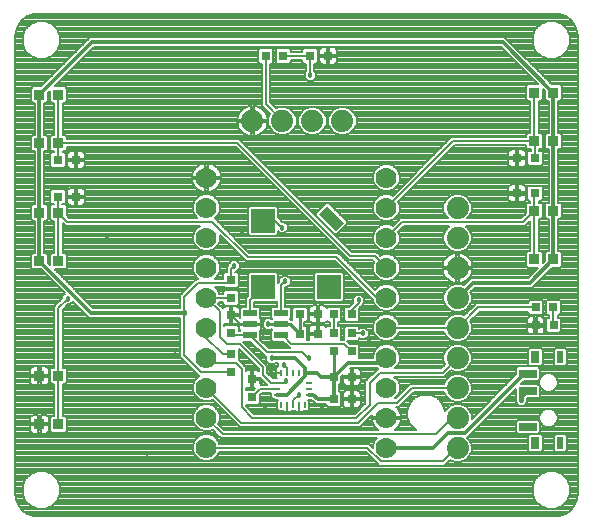
<source format=gtl>
G75*
%MOIN*%
%OFA0B0*%
%FSLAX25Y25*%
%IPPOS*%
%LPD*%
%AMOC8*
5,1,8,0,0,1.08239X$1,22.5*
%
%ADD10C,0.07000*%
%ADD11R,0.03543X0.03543*%
%ADD12C,0.07400*%
%ADD13R,0.03150X0.03150*%
%ADD14R,0.00984X0.01969*%
%ADD15R,0.01969X0.00984*%
%ADD16R,0.05906X0.02756*%
%ADD17R,0.02362X0.03937*%
%ADD18R,0.03150X0.03937*%
%ADD19R,0.07874X0.07874*%
%ADD20R,0.07874X0.03937*%
%ADD21R,0.04724X0.02165*%
%ADD22C,0.00800*%
%ADD23C,0.01800*%
%ADD24C,0.02178*%
%ADD25C,0.01200*%
%ADD26C,0.01000*%
%ADD27C,0.01400*%
%ADD28C,0.01600*%
D10*
X0074000Y0030475D03*
X0074000Y0040475D03*
X0074000Y0050475D03*
X0074000Y0060475D03*
X0074000Y0070475D03*
X0074000Y0080475D03*
X0074000Y0090475D03*
X0074000Y0100475D03*
X0074000Y0110475D03*
X0074000Y0120475D03*
X0134000Y0120475D03*
X0134000Y0110475D03*
X0134000Y0100475D03*
X0134000Y0090475D03*
X0134000Y0080475D03*
X0134000Y0070475D03*
X0134000Y0060475D03*
X0134000Y0050475D03*
X0134000Y0040475D03*
X0134000Y0030475D03*
D11*
X0183350Y0093329D03*
X0189650Y0093329D03*
X0189650Y0109471D03*
X0183350Y0109471D03*
X0183350Y0132704D03*
X0189650Y0132704D03*
X0189650Y0148846D03*
X0183350Y0148846D03*
X0024650Y0148221D03*
X0018350Y0148221D03*
X0018350Y0132079D03*
X0024650Y0132079D03*
X0024650Y0108846D03*
X0018350Y0108846D03*
X0018350Y0092704D03*
X0024650Y0092704D03*
X0024650Y0054471D03*
X0018350Y0054471D03*
X0018350Y0038329D03*
X0024650Y0038329D03*
D12*
X0089350Y0139525D03*
X0099350Y0139525D03*
X0109350Y0139525D03*
X0119350Y0139525D03*
X0157700Y0110500D03*
X0157700Y0100500D03*
X0157700Y0090500D03*
X0157700Y0080500D03*
X0157700Y0070500D03*
X0157700Y0060500D03*
X0157700Y0050500D03*
X0157700Y0040500D03*
X0157700Y0030500D03*
D13*
X0122450Y0046700D03*
X0116450Y0046700D03*
X0116450Y0054200D03*
X0122450Y0054200D03*
X0122450Y0062600D03*
X0116450Y0062600D03*
X0116450Y0068600D03*
X0111100Y0068500D03*
X0105100Y0068500D03*
X0105200Y0075000D03*
X0111200Y0075000D03*
X0116450Y0075000D03*
X0122450Y0075000D03*
X0122450Y0068600D03*
X0089200Y0053350D03*
X0082300Y0055600D03*
X0082300Y0061600D03*
X0082200Y0068700D03*
X0082200Y0074700D03*
X0082200Y0080500D03*
X0082200Y0086500D03*
X0089200Y0047350D03*
X0030500Y0114200D03*
X0024500Y0114200D03*
X0024500Y0126400D03*
X0030500Y0126400D03*
X0093772Y0161150D03*
X0099678Y0161150D03*
X0108600Y0161150D03*
X0114600Y0161150D03*
X0177500Y0127000D03*
X0183500Y0127000D03*
X0183500Y0115300D03*
X0177500Y0115300D03*
X0183747Y0077300D03*
X0189653Y0077300D03*
X0189700Y0071300D03*
X0183700Y0071300D03*
D14*
X0106837Y0055465D03*
X0104869Y0055465D03*
X0102900Y0055465D03*
X0100931Y0055465D03*
X0098963Y0055465D03*
X0098963Y0044835D03*
X0100931Y0044835D03*
X0102900Y0044835D03*
X0104869Y0044835D03*
X0106837Y0044835D03*
D15*
X0108215Y0048181D03*
X0108215Y0050150D03*
X0108215Y0052119D03*
X0097585Y0052119D03*
X0097585Y0050150D03*
X0097585Y0048181D03*
D16*
X0181110Y0049353D03*
X0181110Y0055258D03*
X0181110Y0037542D03*
D17*
X0191937Y0032030D03*
X0191937Y0060770D03*
D18*
X0183669Y0060770D03*
X0183669Y0032030D03*
D19*
X0114924Y0084076D03*
X0092876Y0084076D03*
X0092876Y0106124D03*
D20*
G36*
X0117103Y0102736D02*
X0111536Y0108303D01*
X0114319Y0111086D01*
X0119886Y0105519D01*
X0117103Y0102736D01*
G37*
D21*
X0098818Y0075440D03*
X0098818Y0071700D03*
X0098818Y0067960D03*
X0088582Y0067960D03*
X0088582Y0071700D03*
X0088582Y0075440D03*
D22*
X0011089Y0011651D02*
X0012419Y0009819D01*
X0014251Y0008489D01*
X0016404Y0007789D01*
X0017536Y0007700D01*
X0190464Y0007700D01*
X0191596Y0007789D01*
X0193749Y0008489D01*
X0195581Y0009819D01*
X0196911Y0011651D01*
X0197611Y0013804D01*
X0197700Y0014936D01*
X0197700Y0167864D01*
X0197611Y0168996D01*
X0196911Y0171149D01*
X0195581Y0172981D01*
X0193749Y0174311D01*
X0191596Y0175011D01*
X0190464Y0175100D01*
X0017535Y0175100D01*
X0016404Y0175011D01*
X0014251Y0174311D01*
X0012419Y0172981D01*
X0011089Y0171149D01*
X0010389Y0168996D01*
X0010300Y0167864D01*
X0010300Y0014935D01*
X0010389Y0013804D01*
X0011089Y0011651D01*
X0011119Y0011609D02*
X0014882Y0011609D01*
X0015431Y0011059D02*
X0017747Y0010100D01*
X0020253Y0010100D01*
X0022569Y0011059D01*
X0024341Y0012831D01*
X0025300Y0015147D01*
X0025300Y0017653D01*
X0024341Y0019969D01*
X0022569Y0021741D01*
X0020253Y0022700D01*
X0017747Y0022700D01*
X0015431Y0021741D01*
X0013659Y0019969D01*
X0012700Y0017653D01*
X0012700Y0015147D01*
X0013659Y0012831D01*
X0015431Y0011059D01*
X0016032Y0010810D02*
X0011699Y0010810D01*
X0012279Y0010012D02*
X0195721Y0010012D01*
X0196301Y0010810D02*
X0191968Y0010810D01*
X0192569Y0011059D02*
X0190253Y0010100D01*
X0187747Y0010100D01*
X0185431Y0011059D01*
X0183659Y0012831D01*
X0182700Y0015147D01*
X0182700Y0017653D01*
X0183659Y0019969D01*
X0185431Y0021741D01*
X0187747Y0022700D01*
X0190253Y0022700D01*
X0192569Y0021741D01*
X0194341Y0019969D01*
X0195300Y0017653D01*
X0195300Y0015147D01*
X0194341Y0012831D01*
X0192569Y0011059D01*
X0193118Y0011609D02*
X0196881Y0011609D01*
X0197157Y0012407D02*
X0193917Y0012407D01*
X0194496Y0013206D02*
X0197417Y0013206D01*
X0197627Y0014004D02*
X0194827Y0014004D01*
X0195158Y0014803D02*
X0197690Y0014803D01*
X0197700Y0015601D02*
X0195300Y0015601D01*
X0195300Y0016400D02*
X0197700Y0016400D01*
X0197700Y0017199D02*
X0195300Y0017199D01*
X0195158Y0017997D02*
X0197700Y0017997D01*
X0197700Y0018796D02*
X0194827Y0018796D01*
X0194496Y0019594D02*
X0197700Y0019594D01*
X0197700Y0020393D02*
X0193917Y0020393D01*
X0193118Y0021191D02*
X0197700Y0021191D01*
X0197700Y0021990D02*
X0191968Y0021990D01*
X0197700Y0022788D02*
X0010300Y0022788D01*
X0010300Y0021990D02*
X0016032Y0021990D01*
X0014882Y0021191D02*
X0010300Y0021191D01*
X0010300Y0020393D02*
X0014083Y0020393D01*
X0013504Y0019594D02*
X0010300Y0019594D01*
X0010300Y0018796D02*
X0013173Y0018796D01*
X0012842Y0017997D02*
X0010300Y0017997D01*
X0010300Y0017199D02*
X0012700Y0017199D01*
X0012700Y0016400D02*
X0010300Y0016400D01*
X0010300Y0015601D02*
X0012700Y0015601D01*
X0012842Y0014803D02*
X0010310Y0014803D01*
X0010373Y0014004D02*
X0013173Y0014004D01*
X0013504Y0013206D02*
X0010583Y0013206D01*
X0010843Y0012407D02*
X0014083Y0012407D01*
X0013253Y0009213D02*
X0194747Y0009213D01*
X0193522Y0008415D02*
X0014478Y0008415D01*
X0021968Y0010810D02*
X0186032Y0010810D01*
X0184882Y0011609D02*
X0023118Y0011609D01*
X0023917Y0012407D02*
X0184083Y0012407D01*
X0183504Y0013206D02*
X0024496Y0013206D01*
X0024827Y0014004D02*
X0183173Y0014004D01*
X0182842Y0014803D02*
X0025158Y0014803D01*
X0025300Y0015601D02*
X0182700Y0015601D01*
X0182700Y0016400D02*
X0025300Y0016400D01*
X0025300Y0017199D02*
X0182700Y0017199D01*
X0182842Y0017997D02*
X0025158Y0017997D01*
X0024827Y0018796D02*
X0183173Y0018796D01*
X0183504Y0019594D02*
X0024496Y0019594D01*
X0023917Y0020393D02*
X0184083Y0020393D01*
X0184882Y0021191D02*
X0023118Y0021191D01*
X0021968Y0021990D02*
X0186032Y0021990D01*
X0185658Y0029061D02*
X0181680Y0029061D01*
X0181094Y0029647D01*
X0181094Y0034413D01*
X0181680Y0034998D01*
X0185658Y0034998D01*
X0186244Y0034413D01*
X0186244Y0029647D01*
X0185658Y0029061D01*
X0185773Y0029176D02*
X0190227Y0029176D01*
X0190342Y0029061D02*
X0189756Y0029647D01*
X0189756Y0034413D01*
X0190342Y0034998D01*
X0193532Y0034998D01*
X0194118Y0034413D01*
X0194118Y0029647D01*
X0193532Y0029061D01*
X0190342Y0029061D01*
X0189756Y0029975D02*
X0186244Y0029975D01*
X0186244Y0030773D02*
X0189756Y0030773D01*
X0189756Y0031572D02*
X0186244Y0031572D01*
X0186244Y0032370D02*
X0189756Y0032370D01*
X0189756Y0033169D02*
X0186244Y0033169D01*
X0186244Y0033967D02*
X0189756Y0033967D01*
X0190109Y0034766D02*
X0185891Y0034766D01*
X0185063Y0035750D02*
X0185063Y0039334D01*
X0184477Y0039920D01*
X0177743Y0039920D01*
X0177157Y0039334D01*
X0177157Y0035750D01*
X0177743Y0035164D01*
X0184477Y0035164D01*
X0185063Y0035750D01*
X0184878Y0035564D02*
X0197700Y0035564D01*
X0197700Y0034766D02*
X0193765Y0034766D01*
X0194118Y0033967D02*
X0197700Y0033967D01*
X0197700Y0033169D02*
X0194118Y0033169D01*
X0194118Y0032370D02*
X0197700Y0032370D01*
X0197700Y0031572D02*
X0194118Y0031572D01*
X0194118Y0030773D02*
X0197700Y0030773D01*
X0197700Y0029975D02*
X0194118Y0029975D01*
X0193647Y0029176D02*
X0197700Y0029176D01*
X0197700Y0028378D02*
X0161908Y0028378D01*
X0161684Y0027838D02*
X0162400Y0029565D01*
X0162400Y0031435D01*
X0161684Y0033162D01*
X0160925Y0033921D01*
X0177157Y0050153D01*
X0177157Y0047561D01*
X0177200Y0047518D01*
X0177200Y0047287D01*
X0177100Y0047187D01*
X0177100Y0045613D01*
X0178213Y0044500D01*
X0179787Y0044500D01*
X0180900Y0045613D01*
X0180900Y0046975D01*
X0184477Y0046975D01*
X0185063Y0047561D01*
X0185063Y0051145D01*
X0184477Y0051731D01*
X0178735Y0051731D01*
X0179884Y0052880D01*
X0184477Y0052880D01*
X0185063Y0053466D01*
X0185063Y0057050D01*
X0184477Y0057636D01*
X0177743Y0057636D01*
X0177157Y0057050D01*
X0177157Y0054962D01*
X0162400Y0040204D01*
X0162400Y0041435D01*
X0161684Y0043162D01*
X0160362Y0044484D01*
X0158635Y0045200D01*
X0156765Y0045200D01*
X0155038Y0044484D01*
X0153716Y0043162D01*
X0153489Y0042615D01*
X0153489Y0043204D01*
X0152530Y0045520D01*
X0150758Y0047292D01*
X0148442Y0048251D01*
X0145936Y0048251D01*
X0143620Y0047292D01*
X0141848Y0045520D01*
X0140889Y0043204D01*
X0140889Y0040698D01*
X0141848Y0038383D01*
X0143620Y0036610D01*
X0143947Y0036475D01*
X0136831Y0036475D01*
X0137192Y0036737D01*
X0137738Y0037283D01*
X0138191Y0037907D01*
X0138541Y0038594D01*
X0138779Y0039328D01*
X0138898Y0040075D01*
X0134400Y0040075D01*
X0134400Y0040875D01*
X0138898Y0040875D01*
X0138779Y0041622D01*
X0138541Y0042356D01*
X0138191Y0043043D01*
X0137738Y0043667D01*
X0137230Y0044175D01*
X0138205Y0044175D01*
X0143130Y0049100D01*
X0153193Y0049100D01*
X0153716Y0047838D01*
X0155038Y0046516D01*
X0156765Y0045800D01*
X0158635Y0045800D01*
X0160362Y0046516D01*
X0161684Y0047838D01*
X0162400Y0049565D01*
X0162400Y0051435D01*
X0161684Y0053162D01*
X0160362Y0054484D01*
X0158635Y0055200D01*
X0156765Y0055200D01*
X0155038Y0054484D01*
X0153716Y0053162D01*
X0153193Y0051900D01*
X0141970Y0051900D01*
X0137045Y0046975D01*
X0136864Y0046975D01*
X0137815Y0047926D01*
X0138500Y0049580D01*
X0138500Y0051370D01*
X0137815Y0053024D01*
X0136664Y0054175D01*
X0153280Y0054175D01*
X0155450Y0056345D01*
X0156765Y0055800D01*
X0158635Y0055800D01*
X0160362Y0056516D01*
X0161684Y0057838D01*
X0162400Y0059565D01*
X0162400Y0061435D01*
X0161684Y0063162D01*
X0160362Y0064484D01*
X0158635Y0065200D01*
X0156765Y0065200D01*
X0155038Y0064484D01*
X0153716Y0063162D01*
X0153000Y0061435D01*
X0153000Y0059565D01*
X0153501Y0058356D01*
X0152120Y0056975D01*
X0136864Y0056975D01*
X0137815Y0057926D01*
X0138500Y0059580D01*
X0138500Y0061370D01*
X0137815Y0063024D01*
X0136549Y0064290D01*
X0134895Y0064975D01*
X0133105Y0064975D01*
X0131451Y0064290D01*
X0130185Y0063024D01*
X0129500Y0061370D01*
X0129500Y0060375D01*
X0124789Y0060375D01*
X0125025Y0060611D01*
X0125025Y0064589D01*
X0124439Y0065175D01*
X0121855Y0065175D01*
X0121275Y0065755D01*
X0121005Y0066025D01*
X0124439Y0066025D01*
X0125025Y0066611D01*
X0125025Y0067088D01*
X0125413Y0066700D01*
X0126987Y0066700D01*
X0128100Y0067813D01*
X0128100Y0069387D01*
X0126987Y0070500D01*
X0125413Y0070500D01*
X0125025Y0070112D01*
X0125025Y0070589D01*
X0124439Y0071175D01*
X0120461Y0071175D01*
X0119875Y0070589D01*
X0119875Y0066611D01*
X0119911Y0066575D01*
X0118989Y0066575D01*
X0119025Y0066611D01*
X0119025Y0070589D01*
X0118439Y0071175D01*
X0117850Y0071175D01*
X0117850Y0072425D01*
X0118439Y0072425D01*
X0119025Y0073011D01*
X0119025Y0076989D01*
X0118439Y0077575D01*
X0114461Y0077575D01*
X0114051Y0077165D01*
X0113895Y0077434D01*
X0113634Y0077695D01*
X0113315Y0077879D01*
X0112959Y0077975D01*
X0111587Y0077975D01*
X0111587Y0075387D01*
X0110813Y0075387D01*
X0110813Y0074613D01*
X0111587Y0074613D01*
X0111587Y0072025D01*
X0112959Y0072025D01*
X0113315Y0072121D01*
X0113634Y0072305D01*
X0113895Y0072566D01*
X0114051Y0072835D01*
X0114461Y0072425D01*
X0115050Y0072425D01*
X0115050Y0071175D01*
X0114461Y0071175D01*
X0113951Y0070665D01*
X0113795Y0070934D01*
X0113534Y0071195D01*
X0113215Y0071379D01*
X0112859Y0071475D01*
X0111487Y0071475D01*
X0111487Y0068887D01*
X0110713Y0068887D01*
X0110713Y0068113D01*
X0108125Y0068113D01*
X0108125Y0066741D01*
X0108170Y0066575D01*
X0107675Y0066575D01*
X0107675Y0070489D01*
X0107089Y0071075D01*
X0106600Y0071075D01*
X0106600Y0072425D01*
X0107189Y0072425D01*
X0107775Y0073011D01*
X0107775Y0076989D01*
X0107189Y0077575D01*
X0103211Y0077575D01*
X0102625Y0076989D01*
X0102625Y0073096D01*
X0102521Y0073200D01*
X0102177Y0073200D01*
X0101807Y0073570D01*
X0102180Y0073943D01*
X0102180Y0076937D01*
X0101595Y0077523D01*
X0100218Y0077523D01*
X0100218Y0084013D01*
X0100280Y0084075D01*
X0100987Y0084075D01*
X0102100Y0085188D01*
X0102100Y0086762D01*
X0100987Y0087875D01*
X0099413Y0087875D01*
X0098300Y0086762D01*
X0098300Y0086055D01*
X0098238Y0085993D01*
X0097813Y0085568D01*
X0097813Y0088428D01*
X0097228Y0089013D01*
X0088525Y0089013D01*
X0087939Y0088428D01*
X0087939Y0081119D01*
X0087182Y0080362D01*
X0087182Y0077523D01*
X0085805Y0077523D01*
X0085220Y0076937D01*
X0085220Y0073943D01*
X0085310Y0073853D01*
X0085175Y0073718D01*
X0085175Y0074313D01*
X0082587Y0074313D01*
X0082587Y0071725D01*
X0083959Y0071725D01*
X0084315Y0071821D01*
X0084634Y0072005D01*
X0084820Y0072190D01*
X0084820Y0071841D01*
X0088440Y0071841D01*
X0088440Y0071559D01*
X0084820Y0071559D01*
X0084820Y0070433D01*
X0084915Y0070077D01*
X0085099Y0069758D01*
X0085310Y0069547D01*
X0085220Y0069457D01*
X0085220Y0069360D01*
X0084775Y0069360D01*
X0084775Y0070689D01*
X0084189Y0071275D01*
X0080211Y0071275D01*
X0079937Y0071001D01*
X0079937Y0071906D01*
X0080085Y0071821D01*
X0080441Y0071725D01*
X0081813Y0071725D01*
X0081813Y0074313D01*
X0082587Y0074313D01*
X0082587Y0075087D01*
X0081813Y0075087D01*
X0081813Y0077675D01*
X0080441Y0077675D01*
X0080085Y0077579D01*
X0079766Y0077395D01*
X0079505Y0077134D01*
X0079437Y0077017D01*
X0078024Y0078431D01*
X0078301Y0079100D01*
X0079625Y0079100D01*
X0079625Y0078511D01*
X0080211Y0077925D01*
X0084189Y0077925D01*
X0084775Y0078511D01*
X0084775Y0082489D01*
X0084189Y0083075D01*
X0080211Y0083075D01*
X0079625Y0082489D01*
X0079625Y0081900D01*
X0078280Y0081900D01*
X0077815Y0083024D01*
X0076764Y0084075D01*
X0080061Y0084075D01*
X0080211Y0083925D01*
X0084189Y0083925D01*
X0084775Y0084511D01*
X0084775Y0088489D01*
X0084189Y0089075D01*
X0083600Y0089075D01*
X0083600Y0089150D01*
X0084024Y0089150D01*
X0085137Y0090263D01*
X0085137Y0091837D01*
X0084024Y0092950D01*
X0082450Y0092950D01*
X0081338Y0091837D01*
X0081338Y0091130D01*
X0080800Y0090593D01*
X0080800Y0089075D01*
X0080211Y0089075D01*
X0079625Y0088489D01*
X0079625Y0086875D01*
X0076764Y0086875D01*
X0077815Y0087926D01*
X0078500Y0089580D01*
X0078500Y0091370D01*
X0077815Y0093024D01*
X0076549Y0094290D01*
X0074895Y0094975D01*
X0073105Y0094975D01*
X0071451Y0094290D01*
X0070185Y0093024D01*
X0069500Y0091370D01*
X0069500Y0089580D01*
X0070185Y0087926D01*
X0071236Y0086875D01*
X0070695Y0086875D01*
X0069875Y0086055D01*
X0065100Y0081280D01*
X0065100Y0077100D01*
X0036217Y0077100D01*
X0023385Y0089932D01*
X0026835Y0089932D01*
X0027421Y0090518D01*
X0027421Y0094890D01*
X0026835Y0095476D01*
X0026050Y0095476D01*
X0026050Y0105466D01*
X0027070Y0104446D01*
X0071827Y0104446D01*
X0071451Y0104290D01*
X0070185Y0103024D01*
X0069500Y0101370D01*
X0069500Y0099580D01*
X0070185Y0097926D01*
X0071451Y0096660D01*
X0073105Y0095975D01*
X0074895Y0095975D01*
X0076549Y0096660D01*
X0077815Y0097926D01*
X0078500Y0099580D01*
X0078500Y0101295D01*
X0087120Y0092675D01*
X0116720Y0092675D01*
X0129500Y0079895D01*
X0129500Y0079580D01*
X0130185Y0077926D01*
X0131451Y0076660D01*
X0133105Y0075975D01*
X0134895Y0075975D01*
X0136549Y0076660D01*
X0137815Y0077926D01*
X0138500Y0079580D01*
X0138500Y0081370D01*
X0137815Y0083024D01*
X0136549Y0084290D01*
X0134895Y0084975D01*
X0133105Y0084975D01*
X0131451Y0084290D01*
X0130258Y0083097D01*
X0118700Y0094655D01*
X0117880Y0095475D01*
X0088280Y0095475D01*
X0076822Y0106933D01*
X0077815Y0107926D01*
X0078500Y0109580D01*
X0078500Y0111370D01*
X0077815Y0113024D01*
X0076549Y0114290D01*
X0074895Y0114975D01*
X0073105Y0114975D01*
X0071451Y0114290D01*
X0070185Y0113024D01*
X0069500Y0111370D01*
X0069500Y0109580D01*
X0070185Y0107926D01*
X0070865Y0107246D01*
X0028230Y0107246D01*
X0027421Y0108054D01*
X0027421Y0111032D01*
X0026835Y0111618D01*
X0025900Y0111618D01*
X0025900Y0111625D01*
X0026489Y0111625D01*
X0027075Y0112211D01*
X0027075Y0116189D01*
X0026489Y0116775D01*
X0022511Y0116775D01*
X0021925Y0116189D01*
X0021925Y0112211D01*
X0022511Y0111625D01*
X0023100Y0111625D01*
X0023100Y0111618D01*
X0022464Y0111618D01*
X0021878Y0111032D01*
X0021878Y0106660D01*
X0022464Y0106074D01*
X0023250Y0106074D01*
X0023250Y0095476D01*
X0022464Y0095476D01*
X0021878Y0094890D01*
X0021878Y0091439D01*
X0021122Y0092195D01*
X0021122Y0094890D01*
X0020536Y0095476D01*
X0019950Y0095476D01*
X0019950Y0106074D01*
X0020536Y0106074D01*
X0021122Y0106660D01*
X0021122Y0111032D01*
X0020536Y0111618D01*
X0019950Y0111618D01*
X0019950Y0129307D01*
X0020536Y0129307D01*
X0021122Y0129893D01*
X0021122Y0134265D01*
X0020536Y0134851D01*
X0019950Y0134851D01*
X0019950Y0145449D01*
X0020536Y0145449D01*
X0021122Y0146035D01*
X0021122Y0148730D01*
X0021878Y0149486D01*
X0021878Y0146035D01*
X0022464Y0145449D01*
X0023250Y0145449D01*
X0023250Y0134851D01*
X0022464Y0134851D01*
X0021878Y0134265D01*
X0021878Y0129893D01*
X0022464Y0129307D01*
X0023250Y0129307D01*
X0023250Y0128975D01*
X0022511Y0128975D01*
X0021925Y0128389D01*
X0021925Y0124411D01*
X0022511Y0123825D01*
X0026489Y0123825D01*
X0027075Y0124411D01*
X0027075Y0128389D01*
X0026489Y0128975D01*
X0026050Y0128975D01*
X0026050Y0129307D01*
X0026835Y0129307D01*
X0027421Y0129893D01*
X0027421Y0130679D01*
X0083716Y0130679D01*
X0121420Y0092975D01*
X0129520Y0092975D01*
X0129976Y0092519D01*
X0129500Y0091370D01*
X0129500Y0089580D01*
X0130185Y0087926D01*
X0131451Y0086660D01*
X0133105Y0085975D01*
X0134895Y0085975D01*
X0136549Y0086660D01*
X0137815Y0087926D01*
X0138500Y0089580D01*
X0138500Y0091370D01*
X0137815Y0093024D01*
X0136549Y0094290D01*
X0134895Y0094975D01*
X0133105Y0094975D01*
X0131956Y0094499D01*
X0131500Y0094955D01*
X0130680Y0095775D01*
X0122580Y0095775D01*
X0084876Y0133479D01*
X0027421Y0133479D01*
X0027421Y0134265D01*
X0026835Y0134851D01*
X0026050Y0134851D01*
X0026050Y0145449D01*
X0026835Y0145449D01*
X0027421Y0146035D01*
X0027421Y0150407D01*
X0026835Y0150993D01*
X0023385Y0150993D01*
X0036592Y0164200D01*
X0172033Y0164200D01*
X0184615Y0151618D01*
X0181165Y0151618D01*
X0180579Y0151032D01*
X0180579Y0146660D01*
X0181165Y0146074D01*
X0181950Y0146074D01*
X0181950Y0135476D01*
X0181165Y0135476D01*
X0180579Y0134890D01*
X0180579Y0134104D01*
X0155649Y0134104D01*
X0154829Y0133284D01*
X0136044Y0114499D01*
X0134895Y0114975D01*
X0133105Y0114975D01*
X0131451Y0114290D01*
X0130185Y0113024D01*
X0129500Y0111370D01*
X0129500Y0109580D01*
X0130185Y0107926D01*
X0131451Y0106660D01*
X0133105Y0105975D01*
X0134895Y0105975D01*
X0136549Y0106660D01*
X0137815Y0107926D01*
X0138500Y0109580D01*
X0138500Y0111370D01*
X0138024Y0112519D01*
X0156809Y0131304D01*
X0180579Y0131304D01*
X0180579Y0130518D01*
X0181165Y0129932D01*
X0182100Y0129932D01*
X0182100Y0129575D01*
X0181511Y0129575D01*
X0180925Y0128989D01*
X0180925Y0125011D01*
X0181511Y0124425D01*
X0185489Y0124425D01*
X0186075Y0125011D01*
X0186075Y0128989D01*
X0185489Y0129575D01*
X0184900Y0129575D01*
X0184900Y0129932D01*
X0185536Y0129932D01*
X0186122Y0130518D01*
X0186122Y0134890D01*
X0185536Y0135476D01*
X0184750Y0135476D01*
X0184750Y0146074D01*
X0185536Y0146074D01*
X0186122Y0146660D01*
X0186122Y0150111D01*
X0186878Y0149355D01*
X0186878Y0146660D01*
X0187464Y0146074D01*
X0188050Y0146074D01*
X0188050Y0135476D01*
X0187464Y0135476D01*
X0186878Y0134890D01*
X0186878Y0130518D01*
X0187464Y0129932D01*
X0188050Y0129932D01*
X0188050Y0112243D01*
X0187464Y0112243D01*
X0186878Y0111657D01*
X0186878Y0107285D01*
X0187464Y0106699D01*
X0188050Y0106699D01*
X0188050Y0096101D01*
X0187464Y0096101D01*
X0186878Y0095515D01*
X0186878Y0092820D01*
X0186122Y0092064D01*
X0186122Y0095515D01*
X0185536Y0096101D01*
X0184750Y0096101D01*
X0184750Y0106699D01*
X0185536Y0106699D01*
X0186122Y0107285D01*
X0186122Y0111657D01*
X0185536Y0112243D01*
X0184750Y0112243D01*
X0184750Y0112725D01*
X0185489Y0112725D01*
X0186075Y0113311D01*
X0186075Y0117289D01*
X0185489Y0117875D01*
X0181511Y0117875D01*
X0180925Y0117289D01*
X0180925Y0113311D01*
X0181511Y0112725D01*
X0181950Y0112725D01*
X0181950Y0112243D01*
X0181165Y0112243D01*
X0180579Y0111657D01*
X0180579Y0108679D01*
X0178970Y0107071D01*
X0160918Y0107071D01*
X0161684Y0107838D01*
X0162400Y0109565D01*
X0162400Y0111435D01*
X0161684Y0113162D01*
X0160362Y0114484D01*
X0158635Y0115200D01*
X0156765Y0115200D01*
X0155038Y0114484D01*
X0153716Y0113162D01*
X0153000Y0111435D01*
X0153000Y0109565D01*
X0153716Y0107838D01*
X0154482Y0107071D01*
X0138616Y0107071D01*
X0137796Y0106251D01*
X0136044Y0104499D01*
X0134895Y0104975D01*
X0133105Y0104975D01*
X0131451Y0104290D01*
X0130185Y0103024D01*
X0129500Y0101370D01*
X0129500Y0099580D01*
X0130185Y0097926D01*
X0131451Y0096660D01*
X0133105Y0095975D01*
X0134895Y0095975D01*
X0136549Y0096660D01*
X0137815Y0097926D01*
X0138500Y0099580D01*
X0138500Y0101370D01*
X0138024Y0102519D01*
X0139776Y0104271D01*
X0154824Y0104271D01*
X0153716Y0103162D01*
X0153000Y0101435D01*
X0153000Y0099565D01*
X0153716Y0097838D01*
X0155038Y0096516D01*
X0156765Y0095800D01*
X0158635Y0095800D01*
X0160362Y0096516D01*
X0161684Y0097838D01*
X0162400Y0099565D01*
X0162400Y0101435D01*
X0161684Y0103162D01*
X0160576Y0104271D01*
X0180130Y0104271D01*
X0180950Y0105091D01*
X0181950Y0106091D01*
X0181950Y0096101D01*
X0181165Y0096101D01*
X0180579Y0095515D01*
X0180579Y0091143D01*
X0181165Y0090557D01*
X0184615Y0090557D01*
X0181158Y0087100D01*
X0162037Y0087100D01*
X0159697Y0084760D01*
X0158635Y0085200D01*
X0156765Y0085200D01*
X0155038Y0084484D01*
X0153716Y0083162D01*
X0153000Y0081435D01*
X0153000Y0079565D01*
X0153716Y0077838D01*
X0155038Y0076516D01*
X0156765Y0075800D01*
X0158635Y0075800D01*
X0160362Y0076516D01*
X0161684Y0077838D01*
X0162400Y0079565D01*
X0162400Y0081435D01*
X0161960Y0082497D01*
X0163363Y0083900D01*
X0182483Y0083900D01*
X0183420Y0084837D01*
X0183420Y0084837D01*
X0189141Y0090557D01*
X0191835Y0090557D01*
X0192421Y0091143D01*
X0192421Y0095515D01*
X0191835Y0096101D01*
X0191250Y0096101D01*
X0191250Y0106699D01*
X0191835Y0106699D01*
X0192421Y0107285D01*
X0192421Y0111657D01*
X0191835Y0112243D01*
X0191250Y0112243D01*
X0191250Y0129932D01*
X0191835Y0129932D01*
X0192421Y0130518D01*
X0192421Y0134890D01*
X0191835Y0135476D01*
X0191250Y0135476D01*
X0191250Y0146074D01*
X0191835Y0146074D01*
X0192421Y0146660D01*
X0192421Y0151032D01*
X0191835Y0151618D01*
X0189141Y0151618D01*
X0174295Y0166463D01*
X0173358Y0167400D01*
X0035267Y0167400D01*
X0034330Y0166463D01*
X0018859Y0150993D01*
X0016165Y0150993D01*
X0015579Y0150407D01*
X0015579Y0146035D01*
X0016165Y0145449D01*
X0016750Y0145449D01*
X0016750Y0134851D01*
X0016165Y0134851D01*
X0015579Y0134265D01*
X0015579Y0129893D01*
X0016165Y0129307D01*
X0016750Y0129307D01*
X0016750Y0111618D01*
X0016165Y0111618D01*
X0015579Y0111032D01*
X0015579Y0106660D01*
X0016165Y0106074D01*
X0016750Y0106074D01*
X0016750Y0095476D01*
X0016165Y0095476D01*
X0015579Y0094890D01*
X0015579Y0090518D01*
X0016165Y0089932D01*
X0018859Y0089932D01*
X0026852Y0081939D01*
X0025942Y0081029D01*
X0025942Y0080322D01*
X0023250Y0077630D01*
X0023250Y0057243D01*
X0022464Y0057243D01*
X0021878Y0056657D01*
X0021878Y0052285D01*
X0022464Y0051699D01*
X0023250Y0051699D01*
X0023250Y0041101D01*
X0022464Y0041101D01*
X0021878Y0040515D01*
X0021878Y0036143D01*
X0022464Y0035557D01*
X0026835Y0035557D01*
X0027421Y0036143D01*
X0027421Y0040515D01*
X0026835Y0041101D01*
X0026050Y0041101D01*
X0026050Y0051699D01*
X0026835Y0051699D01*
X0027421Y0052285D01*
X0027421Y0056657D01*
X0026835Y0057243D01*
X0026050Y0057243D01*
X0026050Y0076470D01*
X0027922Y0078342D01*
X0028629Y0078342D01*
X0029539Y0079252D01*
X0034892Y0073900D01*
X0065100Y0073900D01*
X0065100Y0060820D01*
X0070900Y0055020D01*
X0071578Y0054342D01*
X0071451Y0054290D01*
X0070185Y0053024D01*
X0069500Y0051370D01*
X0069500Y0049580D01*
X0070185Y0047926D01*
X0071451Y0046660D01*
X0073105Y0045975D01*
X0074895Y0045975D01*
X0076052Y0046454D01*
X0084211Y0038295D01*
X0085031Y0037475D01*
X0125180Y0037475D01*
X0129201Y0041496D01*
X0129102Y0040875D01*
X0133600Y0040875D01*
X0133600Y0040075D01*
X0129102Y0040075D01*
X0129221Y0039328D01*
X0129459Y0038594D01*
X0129809Y0037907D01*
X0130262Y0037283D01*
X0130808Y0036737D01*
X0131169Y0036475D01*
X0079980Y0036475D01*
X0078024Y0038431D01*
X0078500Y0039580D01*
X0078500Y0041370D01*
X0077815Y0043024D01*
X0076549Y0044290D01*
X0074895Y0044975D01*
X0073105Y0044975D01*
X0071451Y0044290D01*
X0070185Y0043024D01*
X0069500Y0041370D01*
X0069500Y0039580D01*
X0070185Y0037926D01*
X0071451Y0036660D01*
X0073105Y0035975D01*
X0074895Y0035975D01*
X0076044Y0036451D01*
X0078000Y0034495D01*
X0078820Y0033675D01*
X0130836Y0033675D01*
X0130185Y0033024D01*
X0129500Y0031370D01*
X0129500Y0030591D01*
X0128216Y0031875D01*
X0078291Y0031875D01*
X0077815Y0033024D01*
X0076549Y0034290D01*
X0074895Y0034975D01*
X0073105Y0034975D01*
X0071451Y0034290D01*
X0070185Y0033024D01*
X0069500Y0031370D01*
X0069500Y0029580D01*
X0070185Y0027926D01*
X0071451Y0026660D01*
X0073105Y0025975D01*
X0074895Y0025975D01*
X0076549Y0026660D01*
X0077815Y0027926D01*
X0078291Y0029075D01*
X0127056Y0029075D01*
X0130736Y0025395D01*
X0131556Y0024575D01*
X0153280Y0024575D01*
X0155167Y0026462D01*
X0156765Y0025800D01*
X0158635Y0025800D01*
X0160362Y0026516D01*
X0161684Y0027838D01*
X0161426Y0027579D02*
X0197700Y0027579D01*
X0197700Y0026781D02*
X0160627Y0026781D01*
X0159075Y0025982D02*
X0197700Y0025982D01*
X0197700Y0025184D02*
X0153889Y0025184D01*
X0154687Y0025982D02*
X0156325Y0025982D01*
X0152700Y0025975D02*
X0157225Y0030500D01*
X0157700Y0030500D01*
X0162013Y0032370D02*
X0181094Y0032370D01*
X0181094Y0031572D02*
X0162343Y0031572D01*
X0162400Y0030773D02*
X0181094Y0030773D01*
X0181094Y0029975D02*
X0162400Y0029975D01*
X0162239Y0029176D02*
X0181566Y0029176D01*
X0181094Y0033169D02*
X0161678Y0033169D01*
X0160971Y0033967D02*
X0181094Y0033967D01*
X0181448Y0034766D02*
X0161770Y0034766D01*
X0162568Y0035564D02*
X0177343Y0035564D01*
X0177157Y0036363D02*
X0163367Y0036363D01*
X0164165Y0037161D02*
X0177157Y0037161D01*
X0177157Y0037960D02*
X0164964Y0037960D01*
X0165762Y0038758D02*
X0177157Y0038758D01*
X0177380Y0039557D02*
X0166561Y0039557D01*
X0167359Y0040355D02*
X0184928Y0040355D01*
X0184928Y0039883D02*
X0185396Y0038755D01*
X0186260Y0037890D01*
X0187389Y0037423D01*
X0188611Y0037423D01*
X0189740Y0037890D01*
X0190604Y0038755D01*
X0191072Y0039883D01*
X0191072Y0041105D01*
X0190604Y0042234D01*
X0189740Y0043098D01*
X0188611Y0043566D01*
X0187389Y0043566D01*
X0186260Y0043098D01*
X0185396Y0042234D01*
X0184928Y0041105D01*
X0184928Y0039883D01*
X0184840Y0039557D02*
X0185064Y0039557D01*
X0185063Y0038758D02*
X0185394Y0038758D01*
X0185063Y0037960D02*
X0186191Y0037960D01*
X0185063Y0037161D02*
X0197700Y0037161D01*
X0197700Y0036363D02*
X0185063Y0036363D01*
X0184948Y0041154D02*
X0168158Y0041154D01*
X0168957Y0041952D02*
X0185279Y0041952D01*
X0185912Y0042751D02*
X0169755Y0042751D01*
X0170554Y0043549D02*
X0187349Y0043549D01*
X0188651Y0043549D02*
X0197700Y0043549D01*
X0197700Y0042751D02*
X0190088Y0042751D01*
X0190721Y0041952D02*
X0197700Y0041952D01*
X0197700Y0041154D02*
X0191052Y0041154D01*
X0191072Y0040355D02*
X0197700Y0040355D01*
X0197700Y0039557D02*
X0190936Y0039557D01*
X0190606Y0038758D02*
X0197700Y0038758D01*
X0197700Y0037960D02*
X0189809Y0037960D01*
X0197700Y0044348D02*
X0171352Y0044348D01*
X0172151Y0045146D02*
X0177567Y0045146D01*
X0177100Y0045945D02*
X0172949Y0045945D01*
X0173748Y0046743D02*
X0177100Y0046743D01*
X0177176Y0047542D02*
X0174546Y0047542D01*
X0175345Y0048340D02*
X0177157Y0048340D01*
X0177157Y0049139D02*
X0176143Y0049139D01*
X0176942Y0049937D02*
X0177157Y0049937D01*
X0179337Y0052333D02*
X0184928Y0052333D01*
X0184928Y0052916D02*
X0184928Y0051695D01*
X0185396Y0050566D01*
X0186260Y0049701D01*
X0187389Y0049234D01*
X0188611Y0049234D01*
X0189740Y0049701D01*
X0190604Y0050566D01*
X0191072Y0051695D01*
X0191072Y0052916D01*
X0190604Y0054045D01*
X0189740Y0054910D01*
X0188611Y0055377D01*
X0187389Y0055377D01*
X0186260Y0054910D01*
X0185396Y0054045D01*
X0184928Y0052916D01*
X0185017Y0053132D02*
X0184728Y0053132D01*
X0185063Y0053930D02*
X0185348Y0053930D01*
X0185063Y0054729D02*
X0186079Y0054729D01*
X0185063Y0055527D02*
X0197700Y0055527D01*
X0197700Y0054729D02*
X0189921Y0054729D01*
X0190652Y0053930D02*
X0197700Y0053930D01*
X0197700Y0053132D02*
X0190983Y0053132D01*
X0191072Y0052333D02*
X0197700Y0052333D01*
X0197700Y0051534D02*
X0191005Y0051534D01*
X0190675Y0050736D02*
X0197700Y0050736D01*
X0197700Y0049937D02*
X0189976Y0049937D01*
X0186024Y0049937D02*
X0185063Y0049937D01*
X0185063Y0049139D02*
X0197700Y0049139D01*
X0197700Y0048340D02*
X0185063Y0048340D01*
X0185044Y0047542D02*
X0197700Y0047542D01*
X0197700Y0046743D02*
X0180900Y0046743D01*
X0180900Y0045945D02*
X0197700Y0045945D01*
X0197700Y0045146D02*
X0180433Y0045146D01*
X0185063Y0050736D02*
X0185325Y0050736D01*
X0184995Y0051534D02*
X0184673Y0051534D01*
X0185063Y0056326D02*
X0197700Y0056326D01*
X0197700Y0057124D02*
X0184989Y0057124D01*
X0185658Y0057802D02*
X0181680Y0057802D01*
X0181094Y0058387D01*
X0181094Y0063153D01*
X0181680Y0063739D01*
X0185658Y0063739D01*
X0186244Y0063153D01*
X0186244Y0058387D01*
X0185658Y0057802D01*
X0185779Y0057923D02*
X0190221Y0057923D01*
X0190342Y0057802D02*
X0189756Y0058387D01*
X0189756Y0063153D01*
X0190342Y0063739D01*
X0193532Y0063739D01*
X0194118Y0063153D01*
X0194118Y0058387D01*
X0193532Y0057802D01*
X0190342Y0057802D01*
X0189756Y0058721D02*
X0186244Y0058721D01*
X0186244Y0059520D02*
X0189756Y0059520D01*
X0189756Y0060318D02*
X0186244Y0060318D01*
X0186244Y0061117D02*
X0189756Y0061117D01*
X0189756Y0061915D02*
X0186244Y0061915D01*
X0186244Y0062714D02*
X0189756Y0062714D01*
X0190115Y0063512D02*
X0185885Y0063512D01*
X0181454Y0063512D02*
X0161335Y0063512D01*
X0161870Y0062714D02*
X0181094Y0062714D01*
X0181094Y0061915D02*
X0162201Y0061915D01*
X0162400Y0061117D02*
X0181094Y0061117D01*
X0181094Y0060318D02*
X0162400Y0060318D01*
X0162381Y0059520D02*
X0181094Y0059520D01*
X0181094Y0058721D02*
X0162050Y0058721D01*
X0161720Y0057923D02*
X0181559Y0057923D01*
X0177231Y0057124D02*
X0160971Y0057124D01*
X0159904Y0056326D02*
X0177157Y0056326D01*
X0177157Y0055527D02*
X0154632Y0055527D01*
X0155430Y0056326D02*
X0155496Y0056326D01*
X0155627Y0054729D02*
X0153833Y0054729D01*
X0154483Y0053930D02*
X0136909Y0053930D01*
X0137707Y0053132D02*
X0153703Y0053132D01*
X0153372Y0052333D02*
X0138101Y0052333D01*
X0138432Y0051534D02*
X0141605Y0051534D01*
X0140806Y0050736D02*
X0138500Y0050736D01*
X0138500Y0049937D02*
X0140008Y0049937D01*
X0139209Y0049139D02*
X0138317Y0049139D01*
X0138411Y0048340D02*
X0137987Y0048340D01*
X0137612Y0047542D02*
X0137431Y0047542D01*
X0137625Y0045575D02*
X0142550Y0050500D01*
X0157700Y0050500D01*
X0153507Y0048340D02*
X0142370Y0048340D01*
X0141572Y0047542D02*
X0144224Y0047542D01*
X0143072Y0046743D02*
X0140773Y0046743D01*
X0139975Y0045945D02*
X0142273Y0045945D01*
X0141693Y0045146D02*
X0139176Y0045146D01*
X0138378Y0044348D02*
X0141363Y0044348D01*
X0141032Y0043549D02*
X0137823Y0043549D01*
X0138340Y0042751D02*
X0140889Y0042751D01*
X0140889Y0041952D02*
X0138672Y0041952D01*
X0138854Y0041154D02*
X0140889Y0041154D01*
X0141031Y0040355D02*
X0134400Y0040355D01*
X0133600Y0040355D02*
X0128060Y0040355D01*
X0127262Y0039557D02*
X0129184Y0039557D01*
X0129406Y0038758D02*
X0126463Y0038758D01*
X0125665Y0037960D02*
X0129782Y0037960D01*
X0130384Y0037161D02*
X0079294Y0037161D01*
X0078495Y0037960D02*
X0084546Y0037960D01*
X0083748Y0038758D02*
X0078160Y0038758D01*
X0078490Y0039557D02*
X0082949Y0039557D01*
X0082151Y0040355D02*
X0078500Y0040355D01*
X0078500Y0041154D02*
X0081352Y0041154D01*
X0080554Y0041952D02*
X0078259Y0041952D01*
X0077928Y0042751D02*
X0079755Y0042751D01*
X0078957Y0043549D02*
X0077290Y0043549D01*
X0078158Y0044348D02*
X0076409Y0044348D01*
X0077360Y0045146D02*
X0026050Y0045146D01*
X0026050Y0044348D02*
X0071591Y0044348D01*
X0070710Y0043549D02*
X0026050Y0043549D01*
X0026050Y0042751D02*
X0070072Y0042751D01*
X0069741Y0041952D02*
X0026050Y0041952D01*
X0026050Y0041154D02*
X0069500Y0041154D01*
X0069500Y0040355D02*
X0027421Y0040355D01*
X0027421Y0039557D02*
X0069510Y0039557D01*
X0069840Y0038758D02*
X0027421Y0038758D01*
X0027421Y0037960D02*
X0070171Y0037960D01*
X0070950Y0037161D02*
X0027421Y0037161D01*
X0027421Y0036363D02*
X0072169Y0036363D01*
X0072600Y0034766D02*
X0010300Y0034766D01*
X0010300Y0035564D02*
X0015592Y0035564D01*
X0015719Y0035437D02*
X0016038Y0035253D01*
X0016394Y0035157D01*
X0017950Y0035157D01*
X0017950Y0037929D01*
X0015179Y0037929D01*
X0015179Y0036373D01*
X0015274Y0036017D01*
X0015458Y0035698D01*
X0015719Y0035437D01*
X0015182Y0036363D02*
X0010300Y0036363D01*
X0010300Y0037161D02*
X0015179Y0037161D01*
X0015179Y0038729D02*
X0015179Y0040285D01*
X0015274Y0040641D01*
X0015458Y0040960D01*
X0015719Y0041221D01*
X0016038Y0041405D01*
X0016394Y0041501D01*
X0017950Y0041501D01*
X0017950Y0038729D01*
X0017950Y0037929D01*
X0018750Y0037929D01*
X0018750Y0035157D01*
X0020306Y0035157D01*
X0020662Y0035253D01*
X0020982Y0035437D01*
X0021242Y0035698D01*
X0021427Y0036017D01*
X0021522Y0036373D01*
X0021522Y0037929D01*
X0018750Y0037929D01*
X0018750Y0038729D01*
X0017950Y0038729D01*
X0015179Y0038729D01*
X0015179Y0038758D02*
X0010300Y0038758D01*
X0010300Y0037960D02*
X0017950Y0037960D01*
X0017950Y0038758D02*
X0018750Y0038758D01*
X0018750Y0038729D02*
X0018750Y0041501D01*
X0020306Y0041501D01*
X0020662Y0041405D01*
X0020982Y0041221D01*
X0021242Y0040960D01*
X0021427Y0040641D01*
X0021522Y0040285D01*
X0021522Y0038729D01*
X0018750Y0038729D01*
X0018750Y0037960D02*
X0021878Y0037960D01*
X0021878Y0038758D02*
X0021522Y0038758D01*
X0021522Y0039557D02*
X0021878Y0039557D01*
X0021878Y0040355D02*
X0021503Y0040355D01*
X0021049Y0041154D02*
X0023250Y0041154D01*
X0023250Y0041952D02*
X0010300Y0041952D01*
X0010300Y0041154D02*
X0015652Y0041154D01*
X0015198Y0040355D02*
X0010300Y0040355D01*
X0010300Y0039557D02*
X0015179Y0039557D01*
X0017950Y0039557D02*
X0018750Y0039557D01*
X0018750Y0040355D02*
X0017950Y0040355D01*
X0017950Y0041154D02*
X0018750Y0041154D01*
X0018750Y0037161D02*
X0017950Y0037161D01*
X0017950Y0036363D02*
X0018750Y0036363D01*
X0018750Y0035564D02*
X0017950Y0035564D01*
X0021109Y0035564D02*
X0022457Y0035564D01*
X0021878Y0036363D02*
X0021519Y0036363D01*
X0021522Y0037161D02*
X0021878Y0037161D01*
X0024650Y0038329D02*
X0024650Y0054471D01*
X0024650Y0077050D01*
X0027842Y0080242D01*
X0028971Y0078684D02*
X0030108Y0078684D01*
X0030906Y0077885D02*
X0027465Y0077885D01*
X0026667Y0077087D02*
X0031705Y0077087D01*
X0032503Y0076288D02*
X0026050Y0076288D01*
X0026050Y0075490D02*
X0033302Y0075490D01*
X0034100Y0074691D02*
X0026050Y0074691D01*
X0026050Y0073893D02*
X0065100Y0073893D01*
X0065100Y0073094D02*
X0026050Y0073094D01*
X0026050Y0072296D02*
X0065100Y0072296D01*
X0065100Y0071497D02*
X0026050Y0071497D01*
X0026050Y0070699D02*
X0065100Y0070699D01*
X0065100Y0069900D02*
X0026050Y0069900D01*
X0026050Y0069102D02*
X0065100Y0069102D01*
X0065100Y0068303D02*
X0026050Y0068303D01*
X0026050Y0067505D02*
X0065100Y0067505D01*
X0065100Y0066706D02*
X0026050Y0066706D01*
X0026050Y0065908D02*
X0065100Y0065908D01*
X0065100Y0065109D02*
X0026050Y0065109D01*
X0026050Y0064311D02*
X0065100Y0064311D01*
X0065100Y0063512D02*
X0026050Y0063512D01*
X0026050Y0062714D02*
X0065100Y0062714D01*
X0065100Y0061915D02*
X0026050Y0061915D01*
X0026050Y0061117D02*
X0065100Y0061117D01*
X0065602Y0060318D02*
X0026050Y0060318D01*
X0026050Y0059520D02*
X0066400Y0059520D01*
X0067199Y0058721D02*
X0026050Y0058721D01*
X0026050Y0057923D02*
X0067998Y0057923D01*
X0068796Y0057124D02*
X0026954Y0057124D01*
X0027421Y0056326D02*
X0069595Y0056326D01*
X0070393Y0055527D02*
X0027421Y0055527D01*
X0027421Y0054729D02*
X0071192Y0054729D01*
X0071091Y0053930D02*
X0027421Y0053930D01*
X0027421Y0053132D02*
X0070293Y0053132D01*
X0069899Y0052333D02*
X0027421Y0052333D01*
X0026050Y0051534D02*
X0069568Y0051534D01*
X0069500Y0050736D02*
X0026050Y0050736D01*
X0026050Y0049937D02*
X0069500Y0049937D01*
X0069683Y0049139D02*
X0026050Y0049139D01*
X0026050Y0048340D02*
X0070013Y0048340D01*
X0070569Y0047542D02*
X0026050Y0047542D01*
X0026050Y0046743D02*
X0071368Y0046743D01*
X0074000Y0050475D02*
X0074011Y0050475D01*
X0085611Y0038875D01*
X0124600Y0038875D01*
X0131300Y0045575D01*
X0137625Y0045575D01*
X0138816Y0039557D02*
X0141362Y0039557D01*
X0141692Y0038758D02*
X0138594Y0038758D01*
X0138218Y0037960D02*
X0142271Y0037960D01*
X0143069Y0037161D02*
X0137616Y0037161D01*
X0130330Y0033169D02*
X0077670Y0033169D01*
X0078086Y0032370D02*
X0129914Y0032370D01*
X0129584Y0031572D02*
X0128519Y0031572D01*
X0129318Y0030773D02*
X0129500Y0030773D01*
X0127636Y0030475D02*
X0132136Y0025975D01*
X0152700Y0025975D01*
X0150475Y0035075D02*
X0079400Y0035075D01*
X0074000Y0040475D01*
X0075831Y0036363D02*
X0076132Y0036363D01*
X0076931Y0035564D02*
X0026842Y0035564D01*
X0023250Y0042751D02*
X0010300Y0042751D01*
X0010300Y0043549D02*
X0023250Y0043549D01*
X0023250Y0044348D02*
X0010300Y0044348D01*
X0010300Y0045146D02*
X0023250Y0045146D01*
X0023250Y0045945D02*
X0010300Y0045945D01*
X0010300Y0046743D02*
X0023250Y0046743D01*
X0023250Y0047542D02*
X0010300Y0047542D01*
X0010300Y0048340D02*
X0023250Y0048340D01*
X0023250Y0049139D02*
X0010300Y0049139D01*
X0010300Y0049937D02*
X0023250Y0049937D01*
X0023250Y0050736D02*
X0010300Y0050736D01*
X0010300Y0051534D02*
X0015796Y0051534D01*
X0015719Y0051579D02*
X0016038Y0051395D01*
X0016394Y0051299D01*
X0017950Y0051299D01*
X0017950Y0054071D01*
X0015179Y0054071D01*
X0015179Y0052515D01*
X0015274Y0052159D01*
X0015458Y0051840D01*
X0015719Y0051579D01*
X0015227Y0052333D02*
X0010300Y0052333D01*
X0010300Y0053132D02*
X0015179Y0053132D01*
X0015179Y0053930D02*
X0010300Y0053930D01*
X0010300Y0054729D02*
X0017950Y0054729D01*
X0017950Y0054871D02*
X0017950Y0054071D01*
X0018750Y0054071D01*
X0018750Y0051299D01*
X0020306Y0051299D01*
X0020662Y0051395D01*
X0020982Y0051579D01*
X0021242Y0051840D01*
X0021427Y0052159D01*
X0021522Y0052515D01*
X0021522Y0054071D01*
X0018750Y0054071D01*
X0018750Y0054871D01*
X0017950Y0054871D01*
X0015179Y0054871D01*
X0015179Y0056427D01*
X0015274Y0056783D01*
X0015458Y0057102D01*
X0015719Y0057363D01*
X0016038Y0057547D01*
X0016394Y0057643D01*
X0017950Y0057643D01*
X0017950Y0054871D01*
X0017950Y0055527D02*
X0018750Y0055527D01*
X0018750Y0054871D02*
X0018750Y0057643D01*
X0020306Y0057643D01*
X0020662Y0057547D01*
X0020982Y0057363D01*
X0021242Y0057102D01*
X0021427Y0056783D01*
X0021522Y0056427D01*
X0021522Y0054871D01*
X0018750Y0054871D01*
X0018750Y0054729D02*
X0021878Y0054729D01*
X0021878Y0055527D02*
X0021522Y0055527D01*
X0021522Y0056326D02*
X0021878Y0056326D01*
X0022345Y0057124D02*
X0021220Y0057124D01*
X0023250Y0057923D02*
X0010300Y0057923D01*
X0010300Y0058721D02*
X0023250Y0058721D01*
X0023250Y0059520D02*
X0010300Y0059520D01*
X0010300Y0060318D02*
X0023250Y0060318D01*
X0023250Y0061117D02*
X0010300Y0061117D01*
X0010300Y0061915D02*
X0023250Y0061915D01*
X0023250Y0062714D02*
X0010300Y0062714D01*
X0010300Y0063512D02*
X0023250Y0063512D01*
X0023250Y0064311D02*
X0010300Y0064311D01*
X0010300Y0065109D02*
X0023250Y0065109D01*
X0023250Y0065908D02*
X0010300Y0065908D01*
X0010300Y0066706D02*
X0023250Y0066706D01*
X0023250Y0067505D02*
X0010300Y0067505D01*
X0010300Y0068303D02*
X0023250Y0068303D01*
X0023250Y0069102D02*
X0010300Y0069102D01*
X0010300Y0069900D02*
X0023250Y0069900D01*
X0023250Y0070699D02*
X0010300Y0070699D01*
X0010300Y0071497D02*
X0023250Y0071497D01*
X0023250Y0072296D02*
X0010300Y0072296D01*
X0010300Y0073094D02*
X0023250Y0073094D01*
X0023250Y0073893D02*
X0010300Y0073893D01*
X0010300Y0074691D02*
X0023250Y0074691D01*
X0023250Y0075490D02*
X0010300Y0075490D01*
X0010300Y0076288D02*
X0023250Y0076288D01*
X0023250Y0077087D02*
X0010300Y0077087D01*
X0010300Y0077885D02*
X0023505Y0077885D01*
X0024304Y0078684D02*
X0010300Y0078684D01*
X0010300Y0079482D02*
X0025102Y0079482D01*
X0025901Y0080281D02*
X0010300Y0080281D01*
X0010300Y0081079D02*
X0025992Y0081079D01*
X0026791Y0081878D02*
X0010300Y0081878D01*
X0010300Y0082676D02*
X0026115Y0082676D01*
X0025317Y0083475D02*
X0010300Y0083475D01*
X0010300Y0084273D02*
X0024518Y0084273D01*
X0023720Y0085072D02*
X0010300Y0085072D01*
X0010300Y0085870D02*
X0022921Y0085870D01*
X0022123Y0086669D02*
X0010300Y0086669D01*
X0010300Y0087468D02*
X0021324Y0087468D01*
X0020526Y0088266D02*
X0010300Y0088266D01*
X0010300Y0089065D02*
X0019727Y0089065D01*
X0018929Y0089863D02*
X0010300Y0089863D01*
X0010300Y0090662D02*
X0015579Y0090662D01*
X0015579Y0091460D02*
X0010300Y0091460D01*
X0010300Y0092259D02*
X0015579Y0092259D01*
X0015579Y0093057D02*
X0010300Y0093057D01*
X0010300Y0093856D02*
X0015579Y0093856D01*
X0015579Y0094654D02*
X0010300Y0094654D01*
X0010300Y0095453D02*
X0016141Y0095453D01*
X0016750Y0096251D02*
X0010300Y0096251D01*
X0010300Y0097050D02*
X0016750Y0097050D01*
X0016750Y0097848D02*
X0010300Y0097848D01*
X0010300Y0098647D02*
X0016750Y0098647D01*
X0016750Y0099445D02*
X0010300Y0099445D01*
X0010300Y0100244D02*
X0016750Y0100244D01*
X0016750Y0101042D02*
X0010300Y0101042D01*
X0010300Y0101841D02*
X0016750Y0101841D01*
X0016750Y0102639D02*
X0010300Y0102639D01*
X0010300Y0103438D02*
X0016750Y0103438D01*
X0016750Y0104236D02*
X0010300Y0104236D01*
X0010300Y0105035D02*
X0016750Y0105035D01*
X0016750Y0105833D02*
X0010300Y0105833D01*
X0010300Y0106632D02*
X0015607Y0106632D01*
X0015579Y0107430D02*
X0010300Y0107430D01*
X0010300Y0108229D02*
X0015579Y0108229D01*
X0015579Y0109027D02*
X0010300Y0109027D01*
X0010300Y0109826D02*
X0015579Y0109826D01*
X0015579Y0110624D02*
X0010300Y0110624D01*
X0010300Y0111423D02*
X0015970Y0111423D01*
X0016750Y0112221D02*
X0010300Y0112221D01*
X0010300Y0113020D02*
X0016750Y0113020D01*
X0016750Y0113818D02*
X0010300Y0113818D01*
X0010300Y0114617D02*
X0016750Y0114617D01*
X0016750Y0115415D02*
X0010300Y0115415D01*
X0010300Y0116214D02*
X0016750Y0116214D01*
X0016750Y0117012D02*
X0010300Y0117012D01*
X0010300Y0117811D02*
X0016750Y0117811D01*
X0016750Y0118609D02*
X0010300Y0118609D01*
X0010300Y0119408D02*
X0016750Y0119408D01*
X0016750Y0120206D02*
X0010300Y0120206D01*
X0010300Y0121005D02*
X0016750Y0121005D01*
X0016750Y0121803D02*
X0010300Y0121803D01*
X0010300Y0122602D02*
X0016750Y0122602D01*
X0016750Y0123401D02*
X0010300Y0123401D01*
X0010300Y0124199D02*
X0016750Y0124199D01*
X0016750Y0124998D02*
X0010300Y0124998D01*
X0010300Y0125796D02*
X0016750Y0125796D01*
X0016750Y0126595D02*
X0010300Y0126595D01*
X0010300Y0127393D02*
X0016750Y0127393D01*
X0016750Y0128192D02*
X0010300Y0128192D01*
X0010300Y0128990D02*
X0016750Y0128990D01*
X0015683Y0129789D02*
X0010300Y0129789D01*
X0010300Y0130587D02*
X0015579Y0130587D01*
X0015579Y0131386D02*
X0010300Y0131386D01*
X0010300Y0132184D02*
X0015579Y0132184D01*
X0015579Y0132983D02*
X0010300Y0132983D01*
X0010300Y0133781D02*
X0015579Y0133781D01*
X0015893Y0134580D02*
X0010300Y0134580D01*
X0010300Y0135378D02*
X0016750Y0135378D01*
X0016750Y0136177D02*
X0010300Y0136177D01*
X0010300Y0136975D02*
X0016750Y0136975D01*
X0016750Y0137774D02*
X0010300Y0137774D01*
X0010300Y0138572D02*
X0016750Y0138572D01*
X0016750Y0139371D02*
X0010300Y0139371D01*
X0010300Y0140169D02*
X0016750Y0140169D01*
X0016750Y0140968D02*
X0010300Y0140968D01*
X0010300Y0141766D02*
X0016750Y0141766D01*
X0016750Y0142565D02*
X0010300Y0142565D01*
X0010300Y0143363D02*
X0016750Y0143363D01*
X0016750Y0144162D02*
X0010300Y0144162D01*
X0010300Y0144960D02*
X0016750Y0144960D01*
X0015855Y0145759D02*
X0010300Y0145759D01*
X0010300Y0146557D02*
X0015579Y0146557D01*
X0015579Y0147356D02*
X0010300Y0147356D01*
X0010300Y0148154D02*
X0015579Y0148154D01*
X0015579Y0148953D02*
X0010300Y0148953D01*
X0010300Y0149751D02*
X0015579Y0149751D01*
X0015722Y0150550D02*
X0010300Y0150550D01*
X0010300Y0151348D02*
X0019215Y0151348D01*
X0020014Y0152147D02*
X0010300Y0152147D01*
X0010300Y0152945D02*
X0020812Y0152945D01*
X0021611Y0153744D02*
X0010300Y0153744D01*
X0010300Y0154542D02*
X0022409Y0154542D01*
X0023208Y0155341D02*
X0010300Y0155341D01*
X0010300Y0156139D02*
X0024006Y0156139D01*
X0024805Y0156938D02*
X0010300Y0156938D01*
X0010300Y0157737D02*
X0025603Y0157737D01*
X0026402Y0158535D02*
X0010300Y0158535D01*
X0010300Y0159334D02*
X0027200Y0159334D01*
X0027999Y0160132D02*
X0020330Y0160132D01*
X0020253Y0160100D02*
X0022569Y0161059D01*
X0024341Y0162831D01*
X0025300Y0165147D01*
X0025300Y0167653D01*
X0024341Y0169969D01*
X0022569Y0171741D01*
X0020253Y0172700D01*
X0017747Y0172700D01*
X0015431Y0171741D01*
X0013659Y0169969D01*
X0012700Y0167653D01*
X0012700Y0165147D01*
X0013659Y0162831D01*
X0015431Y0161059D01*
X0017747Y0160100D01*
X0020253Y0160100D01*
X0022258Y0160931D02*
X0028797Y0160931D01*
X0029596Y0161729D02*
X0023239Y0161729D01*
X0024037Y0162528D02*
X0030394Y0162528D01*
X0031193Y0163326D02*
X0024546Y0163326D01*
X0024877Y0164125D02*
X0031991Y0164125D01*
X0032790Y0164923D02*
X0025207Y0164923D01*
X0025300Y0165722D02*
X0033588Y0165722D01*
X0034387Y0166520D02*
X0025300Y0166520D01*
X0025300Y0167319D02*
X0035185Y0167319D01*
X0036517Y0164125D02*
X0112840Y0164125D01*
X0112841Y0164125D02*
X0112485Y0164029D01*
X0112166Y0163845D01*
X0111905Y0163584D01*
X0111721Y0163265D01*
X0111625Y0162909D01*
X0111625Y0161537D01*
X0114213Y0161537D01*
X0114213Y0160763D01*
X0111625Y0160763D01*
X0111625Y0159391D01*
X0111721Y0159035D01*
X0111905Y0158716D01*
X0112166Y0158455D01*
X0112485Y0158271D01*
X0112841Y0158175D01*
X0114213Y0158175D01*
X0114213Y0160763D01*
X0114987Y0160763D01*
X0114987Y0158175D01*
X0116359Y0158175D01*
X0116715Y0158271D01*
X0117034Y0158455D01*
X0117295Y0158716D01*
X0117479Y0159035D01*
X0117575Y0159391D01*
X0117575Y0160763D01*
X0114987Y0160763D01*
X0114987Y0161537D01*
X0114213Y0161537D01*
X0114213Y0164125D01*
X0112841Y0164125D01*
X0111756Y0163326D02*
X0110988Y0163326D01*
X0111175Y0163139D02*
X0110589Y0163725D01*
X0106611Y0163725D01*
X0106025Y0163139D01*
X0106025Y0162550D01*
X0102253Y0162550D01*
X0102253Y0163139D01*
X0101667Y0163725D01*
X0097689Y0163725D01*
X0097103Y0163139D01*
X0097103Y0159161D01*
X0097689Y0158575D01*
X0101667Y0158575D01*
X0102253Y0159161D01*
X0102253Y0159750D01*
X0106025Y0159750D01*
X0106025Y0159161D01*
X0106611Y0158575D01*
X0107200Y0158575D01*
X0107200Y0155987D01*
X0106700Y0155487D01*
X0106700Y0153913D01*
X0107813Y0152800D01*
X0109387Y0152800D01*
X0110500Y0153913D01*
X0110500Y0155487D01*
X0110000Y0155987D01*
X0110000Y0158575D01*
X0110589Y0158575D01*
X0111175Y0159161D01*
X0111175Y0163139D01*
X0111175Y0162528D02*
X0111625Y0162528D01*
X0111625Y0161729D02*
X0111175Y0161729D01*
X0111175Y0160931D02*
X0114213Y0160931D01*
X0114987Y0160931D02*
X0175302Y0160931D01*
X0174504Y0161729D02*
X0117575Y0161729D01*
X0117575Y0161537D02*
X0117575Y0162909D01*
X0117479Y0163265D01*
X0117295Y0163584D01*
X0117034Y0163845D01*
X0116715Y0164029D01*
X0116359Y0164125D01*
X0114987Y0164125D01*
X0114987Y0161537D01*
X0117575Y0161537D01*
X0117575Y0162528D02*
X0173705Y0162528D01*
X0172907Y0163326D02*
X0117444Y0163326D01*
X0116360Y0164125D02*
X0172108Y0164125D01*
X0174238Y0166520D02*
X0182700Y0166520D01*
X0182700Y0165722D02*
X0175037Y0165722D01*
X0175835Y0164923D02*
X0182793Y0164923D01*
X0182700Y0165147D02*
X0183659Y0162831D01*
X0185431Y0161059D01*
X0187747Y0160100D01*
X0190253Y0160100D01*
X0192569Y0161059D01*
X0194341Y0162831D01*
X0195300Y0165147D01*
X0195300Y0167653D01*
X0194341Y0169969D01*
X0192569Y0171741D01*
X0190253Y0172700D01*
X0187747Y0172700D01*
X0185431Y0171741D01*
X0183659Y0169969D01*
X0182700Y0167653D01*
X0182700Y0165147D01*
X0183123Y0164125D02*
X0176634Y0164125D01*
X0177432Y0163326D02*
X0183454Y0163326D01*
X0183963Y0162528D02*
X0178231Y0162528D01*
X0179029Y0161729D02*
X0184761Y0161729D01*
X0185742Y0160931D02*
X0179828Y0160931D01*
X0180626Y0160132D02*
X0187669Y0160132D01*
X0190330Y0160132D02*
X0197700Y0160132D01*
X0197700Y0159334D02*
X0181425Y0159334D01*
X0182223Y0158535D02*
X0197700Y0158535D01*
X0197700Y0157737D02*
X0183022Y0157737D01*
X0183820Y0156938D02*
X0197700Y0156938D01*
X0197700Y0156139D02*
X0184619Y0156139D01*
X0185417Y0155341D02*
X0197700Y0155341D01*
X0197700Y0154542D02*
X0186216Y0154542D01*
X0187014Y0153744D02*
X0197700Y0153744D01*
X0197700Y0152945D02*
X0187813Y0152945D01*
X0188611Y0152147D02*
X0197700Y0152147D01*
X0197700Y0151348D02*
X0192105Y0151348D01*
X0192421Y0150550D02*
X0197700Y0150550D01*
X0197700Y0149751D02*
X0192421Y0149751D01*
X0192421Y0148953D02*
X0197700Y0148953D01*
X0197700Y0148154D02*
X0192421Y0148154D01*
X0192421Y0147356D02*
X0197700Y0147356D01*
X0197700Y0146557D02*
X0192319Y0146557D01*
X0191250Y0145759D02*
X0197700Y0145759D01*
X0197700Y0144960D02*
X0191250Y0144960D01*
X0191250Y0144162D02*
X0197700Y0144162D01*
X0197700Y0143363D02*
X0191250Y0143363D01*
X0191250Y0142565D02*
X0197700Y0142565D01*
X0197700Y0141766D02*
X0191250Y0141766D01*
X0191250Y0140968D02*
X0197700Y0140968D01*
X0197700Y0140169D02*
X0191250Y0140169D01*
X0191250Y0139371D02*
X0197700Y0139371D01*
X0197700Y0138572D02*
X0191250Y0138572D01*
X0191250Y0137774D02*
X0197700Y0137774D01*
X0197700Y0136975D02*
X0191250Y0136975D01*
X0191250Y0136177D02*
X0197700Y0136177D01*
X0197700Y0135378D02*
X0191933Y0135378D01*
X0192421Y0134580D02*
X0197700Y0134580D01*
X0197700Y0133781D02*
X0192421Y0133781D01*
X0192421Y0132983D02*
X0197700Y0132983D01*
X0197700Y0132184D02*
X0192421Y0132184D01*
X0192421Y0131386D02*
X0197700Y0131386D01*
X0197700Y0130587D02*
X0192421Y0130587D01*
X0191250Y0129789D02*
X0197700Y0129789D01*
X0197700Y0128990D02*
X0191250Y0128990D01*
X0191250Y0128192D02*
X0197700Y0128192D01*
X0197700Y0127393D02*
X0191250Y0127393D01*
X0191250Y0126595D02*
X0197700Y0126595D01*
X0197700Y0125796D02*
X0191250Y0125796D01*
X0191250Y0124998D02*
X0197700Y0124998D01*
X0197700Y0124199D02*
X0191250Y0124199D01*
X0191250Y0123401D02*
X0197700Y0123401D01*
X0197700Y0122602D02*
X0191250Y0122602D01*
X0191250Y0121803D02*
X0197700Y0121803D01*
X0197700Y0121005D02*
X0191250Y0121005D01*
X0191250Y0120206D02*
X0197700Y0120206D01*
X0197700Y0119408D02*
X0191250Y0119408D01*
X0191250Y0118609D02*
X0197700Y0118609D01*
X0197700Y0117811D02*
X0191250Y0117811D01*
X0191250Y0117012D02*
X0197700Y0117012D01*
X0197700Y0116214D02*
X0191250Y0116214D01*
X0191250Y0115415D02*
X0197700Y0115415D01*
X0197700Y0114617D02*
X0191250Y0114617D01*
X0191250Y0113818D02*
X0197700Y0113818D01*
X0197700Y0113020D02*
X0191250Y0113020D01*
X0191857Y0112221D02*
X0197700Y0112221D01*
X0197700Y0111423D02*
X0192421Y0111423D01*
X0192421Y0110624D02*
X0197700Y0110624D01*
X0197700Y0109826D02*
X0192421Y0109826D01*
X0192421Y0109027D02*
X0197700Y0109027D01*
X0197700Y0108229D02*
X0192421Y0108229D01*
X0192421Y0107430D02*
X0197700Y0107430D01*
X0197700Y0106632D02*
X0191250Y0106632D01*
X0191250Y0105833D02*
X0197700Y0105833D01*
X0197700Y0105035D02*
X0191250Y0105035D01*
X0191250Y0104236D02*
X0197700Y0104236D01*
X0197700Y0103438D02*
X0191250Y0103438D01*
X0191250Y0102639D02*
X0197700Y0102639D01*
X0197700Y0101841D02*
X0191250Y0101841D01*
X0191250Y0101042D02*
X0197700Y0101042D01*
X0197700Y0100244D02*
X0191250Y0100244D01*
X0191250Y0099445D02*
X0197700Y0099445D01*
X0197700Y0098647D02*
X0191250Y0098647D01*
X0191250Y0097848D02*
X0197700Y0097848D01*
X0197700Y0097050D02*
X0191250Y0097050D01*
X0191250Y0096251D02*
X0197700Y0096251D01*
X0197700Y0095453D02*
X0192421Y0095453D01*
X0192421Y0094654D02*
X0197700Y0094654D01*
X0197700Y0093856D02*
X0192421Y0093856D01*
X0192421Y0093057D02*
X0197700Y0093057D01*
X0197700Y0092259D02*
X0192421Y0092259D01*
X0192421Y0091460D02*
X0197700Y0091460D01*
X0197700Y0090662D02*
X0191940Y0090662D01*
X0188446Y0089863D02*
X0197700Y0089863D01*
X0197700Y0089065D02*
X0187648Y0089065D01*
X0186849Y0088266D02*
X0197700Y0088266D01*
X0197700Y0087468D02*
X0186051Y0087468D01*
X0185252Y0086669D02*
X0197700Y0086669D01*
X0197700Y0085870D02*
X0184454Y0085870D01*
X0183655Y0085072D02*
X0197700Y0085072D01*
X0197700Y0084273D02*
X0182857Y0084273D01*
X0181525Y0087468D02*
X0161801Y0087468D01*
X0161590Y0087178D02*
X0162062Y0087827D01*
X0162426Y0088542D01*
X0162674Y0089306D01*
X0162800Y0090099D01*
X0162800Y0090100D01*
X0158100Y0090100D01*
X0158100Y0090900D01*
X0162800Y0090900D01*
X0162800Y0090901D01*
X0162674Y0091694D01*
X0162426Y0092458D01*
X0162062Y0093173D01*
X0161590Y0093822D01*
X0161022Y0094390D01*
X0160373Y0094862D01*
X0159658Y0095226D01*
X0158894Y0095474D01*
X0158101Y0095600D01*
X0158100Y0095600D01*
X0158100Y0090900D01*
X0157300Y0090900D01*
X0157300Y0095600D01*
X0157299Y0095600D01*
X0156506Y0095474D01*
X0155742Y0095226D01*
X0155027Y0094862D01*
X0154378Y0094390D01*
X0153810Y0093822D01*
X0153338Y0093173D01*
X0152974Y0092458D01*
X0152726Y0091694D01*
X0152600Y0090901D01*
X0152600Y0090900D01*
X0157300Y0090900D01*
X0157300Y0090100D01*
X0158100Y0090100D01*
X0158100Y0085400D01*
X0158101Y0085400D01*
X0158894Y0085526D01*
X0159658Y0085774D01*
X0160373Y0086138D01*
X0161022Y0086610D01*
X0161590Y0087178D01*
X0161606Y0086669D02*
X0161081Y0086669D01*
X0160808Y0085870D02*
X0159848Y0085870D01*
X0160009Y0085072D02*
X0158944Y0085072D01*
X0158100Y0085870D02*
X0157300Y0085870D01*
X0157300Y0085400D02*
X0157300Y0090100D01*
X0152600Y0090100D01*
X0152600Y0090099D01*
X0152726Y0089306D01*
X0152974Y0088542D01*
X0153338Y0087827D01*
X0153810Y0087178D01*
X0154378Y0086610D01*
X0155027Y0086138D01*
X0155742Y0085774D01*
X0156506Y0085526D01*
X0157299Y0085400D01*
X0157300Y0085400D01*
X0156456Y0085072D02*
X0128283Y0085072D01*
X0129081Y0084273D02*
X0131435Y0084273D01*
X0130636Y0083475D02*
X0129880Y0083475D01*
X0127517Y0081878D02*
X0119861Y0081878D01*
X0119861Y0082676D02*
X0126719Y0082676D01*
X0125920Y0083475D02*
X0119861Y0083475D01*
X0119861Y0084273D02*
X0125122Y0084273D01*
X0124323Y0085072D02*
X0119861Y0085072D01*
X0119861Y0085870D02*
X0123525Y0085870D01*
X0122726Y0086669D02*
X0119861Y0086669D01*
X0119861Y0087468D02*
X0121928Y0087468D01*
X0121129Y0088266D02*
X0119861Y0088266D01*
X0119861Y0088428D02*
X0119275Y0089013D01*
X0110572Y0089013D01*
X0109987Y0088428D01*
X0109987Y0079725D01*
X0110572Y0079139D01*
X0119275Y0079139D01*
X0119861Y0079725D01*
X0119861Y0088428D01*
X0120331Y0089065D02*
X0084199Y0089065D01*
X0084737Y0089863D02*
X0119532Y0089863D01*
X0118734Y0090662D02*
X0085137Y0090662D01*
X0085137Y0091460D02*
X0117935Y0091460D01*
X0117137Y0092259D02*
X0084716Y0092259D01*
X0083238Y0091050D02*
X0082200Y0090013D01*
X0082200Y0086500D01*
X0081175Y0085475D01*
X0071275Y0085475D01*
X0066500Y0080700D01*
X0066500Y0075500D01*
X0066500Y0061400D01*
X0072300Y0055600D01*
X0082300Y0055600D01*
X0084000Y0058600D02*
X0085700Y0056900D01*
X0085700Y0044000D01*
X0089300Y0040400D01*
X0124000Y0040400D01*
X0128381Y0044781D01*
X0128381Y0052019D01*
X0131936Y0055575D01*
X0152700Y0055575D01*
X0157625Y0060500D01*
X0157700Y0060500D01*
X0153350Y0058721D02*
X0138144Y0058721D01*
X0138475Y0059520D02*
X0153019Y0059520D01*
X0153000Y0060318D02*
X0138500Y0060318D01*
X0138500Y0061117D02*
X0153000Y0061117D01*
X0153199Y0061915D02*
X0138274Y0061915D01*
X0137943Y0062714D02*
X0153530Y0062714D01*
X0154065Y0063512D02*
X0137327Y0063512D01*
X0136499Y0064311D02*
X0154864Y0064311D01*
X0156546Y0065109D02*
X0124505Y0065109D01*
X0125025Y0064311D02*
X0131501Y0064311D01*
X0130673Y0063512D02*
X0125025Y0063512D01*
X0125025Y0062714D02*
X0130057Y0062714D01*
X0129726Y0061915D02*
X0125025Y0061915D01*
X0125025Y0061117D02*
X0129500Y0061117D01*
X0130936Y0057175D02*
X0131246Y0056865D01*
X0126981Y0052599D01*
X0126981Y0045360D01*
X0123420Y0041800D01*
X0089880Y0041800D01*
X0087100Y0044580D01*
X0087100Y0044886D01*
X0087211Y0044775D01*
X0091189Y0044775D01*
X0091775Y0045361D01*
X0091775Y0047945D01*
X0092580Y0048750D01*
X0095601Y0048750D01*
X0095601Y0047275D01*
X0096187Y0046689D01*
X0096814Y0046689D01*
X0096922Y0046581D01*
X0097819Y0046581D01*
X0097471Y0046234D01*
X0097471Y0043437D01*
X0098057Y0042851D01*
X0099459Y0042851D01*
X0099580Y0042731D01*
X0099899Y0042546D01*
X0100255Y0042451D01*
X0100931Y0042451D01*
X0100931Y0044835D01*
X0100932Y0044835D01*
X0100932Y0042451D01*
X0101608Y0042451D01*
X0101964Y0042546D01*
X0102283Y0042731D01*
X0102404Y0042851D01*
X0103396Y0042851D01*
X0103517Y0042731D01*
X0103836Y0042546D01*
X0104192Y0042451D01*
X0104868Y0042451D01*
X0104868Y0044835D01*
X0104869Y0044835D01*
X0104869Y0042451D01*
X0105545Y0042451D01*
X0105901Y0042546D01*
X0106220Y0042731D01*
X0106341Y0042851D01*
X0107743Y0042851D01*
X0108329Y0043437D01*
X0108329Y0046234D01*
X0107981Y0046581D01*
X0108952Y0046581D01*
X0109496Y0046037D01*
X0110434Y0045100D01*
X0113875Y0045100D01*
X0113875Y0044711D01*
X0114461Y0044125D01*
X0118439Y0044125D01*
X0119025Y0044711D01*
X0119025Y0048689D01*
X0118439Y0049275D01*
X0118117Y0049275D01*
X0118085Y0051625D01*
X0118439Y0051625D01*
X0119025Y0052211D01*
X0119025Y0054462D01*
X0119475Y0054896D01*
X0119475Y0054587D01*
X0122063Y0054587D01*
X0122063Y0053813D01*
X0122837Y0053813D01*
X0122837Y0051225D01*
X0124209Y0051225D01*
X0124565Y0051321D01*
X0124884Y0051505D01*
X0125145Y0051766D01*
X0125329Y0052085D01*
X0125425Y0052441D01*
X0125425Y0053813D01*
X0122837Y0053813D01*
X0122837Y0054587D01*
X0122063Y0054587D01*
X0122063Y0057175D01*
X0121836Y0057175D01*
X0130936Y0057175D01*
X0130987Y0057124D02*
X0124398Y0057124D01*
X0124565Y0057079D02*
X0124209Y0057175D01*
X0122837Y0057175D01*
X0122837Y0054587D01*
X0125425Y0054587D01*
X0125425Y0055959D01*
X0125329Y0056315D01*
X0125145Y0056634D01*
X0124884Y0056895D01*
X0124565Y0057079D01*
X0125323Y0056326D02*
X0130707Y0056326D01*
X0129908Y0055527D02*
X0125425Y0055527D01*
X0125425Y0054729D02*
X0129110Y0054729D01*
X0128311Y0053930D02*
X0122837Y0053930D01*
X0122063Y0053930D02*
X0119025Y0053930D01*
X0119475Y0053813D02*
X0119475Y0052441D01*
X0119571Y0052085D01*
X0119755Y0051766D01*
X0120016Y0051505D01*
X0120335Y0051321D01*
X0120691Y0051225D01*
X0122063Y0051225D01*
X0122063Y0053813D01*
X0119475Y0053813D01*
X0119475Y0053132D02*
X0119025Y0053132D01*
X0119025Y0052333D02*
X0119504Y0052333D01*
X0119986Y0051534D02*
X0118086Y0051534D01*
X0118097Y0050736D02*
X0126981Y0050736D01*
X0126981Y0051534D02*
X0124914Y0051534D01*
X0125396Y0052333D02*
X0126981Y0052333D01*
X0127513Y0053132D02*
X0125425Y0053132D01*
X0122837Y0053132D02*
X0122063Y0053132D01*
X0122063Y0052333D02*
X0122837Y0052333D01*
X0122837Y0051534D02*
X0122063Y0051534D01*
X0122063Y0049675D02*
X0120691Y0049675D01*
X0120335Y0049579D01*
X0120016Y0049395D01*
X0119755Y0049134D01*
X0119571Y0048815D01*
X0119475Y0048459D01*
X0119475Y0047087D01*
X0122063Y0047087D01*
X0122063Y0046313D01*
X0122837Y0046313D01*
X0122837Y0043725D01*
X0124209Y0043725D01*
X0124565Y0043821D01*
X0124884Y0044005D01*
X0125145Y0044266D01*
X0125329Y0044585D01*
X0125425Y0044941D01*
X0125425Y0046313D01*
X0122837Y0046313D01*
X0122837Y0047087D01*
X0125425Y0047087D01*
X0125425Y0048459D01*
X0125329Y0048815D01*
X0125145Y0049134D01*
X0124884Y0049395D01*
X0124565Y0049579D01*
X0124209Y0049675D01*
X0122837Y0049675D01*
X0122837Y0047087D01*
X0122063Y0047087D01*
X0122063Y0049675D01*
X0122063Y0049139D02*
X0122837Y0049139D01*
X0122837Y0048340D02*
X0122063Y0048340D01*
X0122063Y0047542D02*
X0122837Y0047542D01*
X0122837Y0046743D02*
X0126981Y0046743D01*
X0126981Y0045945D02*
X0125425Y0045945D01*
X0125425Y0045146D02*
X0126767Y0045146D01*
X0125968Y0044348D02*
X0125193Y0044348D01*
X0125169Y0043549D02*
X0108329Y0043549D01*
X0108329Y0044348D02*
X0114238Y0044348D01*
X0110387Y0045146D02*
X0108329Y0045146D01*
X0108329Y0045945D02*
X0109589Y0045945D01*
X0106241Y0042751D02*
X0124371Y0042751D01*
X0123572Y0041952D02*
X0089728Y0041952D01*
X0088929Y0042751D02*
X0099559Y0042751D01*
X0100931Y0042751D02*
X0100932Y0042751D01*
X0100931Y0043549D02*
X0100932Y0043549D01*
X0100931Y0044348D02*
X0100932Y0044348D01*
X0102900Y0044835D02*
X0102900Y0046435D01*
X0104704Y0048239D01*
X0104800Y0048239D01*
X0104868Y0044348D02*
X0104869Y0044348D01*
X0104868Y0043549D02*
X0104869Y0043549D01*
X0104868Y0042751D02*
X0104869Y0042751D01*
X0103496Y0042751D02*
X0102304Y0042751D01*
X0097471Y0043549D02*
X0088130Y0043549D01*
X0087332Y0044348D02*
X0097471Y0044348D01*
X0097471Y0045146D02*
X0091560Y0045146D01*
X0091775Y0045945D02*
X0097471Y0045945D01*
X0096133Y0046743D02*
X0091775Y0046743D01*
X0091775Y0047542D02*
X0095601Y0047542D01*
X0095601Y0048340D02*
X0092170Y0048340D01*
X0092000Y0050150D02*
X0097585Y0050150D01*
X0097585Y0052119D02*
X0095685Y0052119D01*
X0092885Y0054919D01*
X0092885Y0057279D01*
X0085146Y0065018D01*
X0080818Y0065018D01*
X0078538Y0067299D01*
X0078538Y0075938D01*
X0074000Y0080475D01*
X0074025Y0080500D01*
X0082200Y0080500D01*
X0084775Y0080281D02*
X0087182Y0080281D01*
X0087182Y0079482D02*
X0084775Y0079482D01*
X0084775Y0078684D02*
X0087182Y0078684D01*
X0087182Y0077885D02*
X0078570Y0077885D01*
X0078129Y0078684D02*
X0079625Y0078684D01*
X0079477Y0077087D02*
X0079368Y0077087D01*
X0081813Y0077087D02*
X0082587Y0077087D01*
X0082587Y0077675D02*
X0082587Y0075087D01*
X0085175Y0075087D01*
X0085175Y0076459D01*
X0085079Y0076815D01*
X0084895Y0077134D01*
X0084634Y0077395D01*
X0084315Y0077579D01*
X0083959Y0077675D01*
X0082587Y0077675D01*
X0082587Y0076288D02*
X0081813Y0076288D01*
X0081813Y0075490D02*
X0082587Y0075490D01*
X0082587Y0074691D02*
X0085220Y0074691D01*
X0085220Y0075490D02*
X0085175Y0075490D01*
X0085175Y0076288D02*
X0085220Y0076288D01*
X0085370Y0077087D02*
X0084923Y0077087D01*
X0084775Y0081079D02*
X0087900Y0081079D01*
X0087939Y0081878D02*
X0084775Y0081878D01*
X0084587Y0082676D02*
X0087939Y0082676D01*
X0087939Y0083475D02*
X0077364Y0083475D01*
X0077959Y0082676D02*
X0079813Y0082676D01*
X0084537Y0084273D02*
X0087939Y0084273D01*
X0087939Y0085072D02*
X0084775Y0085072D01*
X0084775Y0085870D02*
X0087939Y0085870D01*
X0087939Y0086669D02*
X0084775Y0086669D01*
X0084775Y0087468D02*
X0087939Y0087468D01*
X0087939Y0088266D02*
X0084775Y0088266D01*
X0080800Y0089863D02*
X0078500Y0089863D01*
X0078500Y0090662D02*
X0080869Y0090662D01*
X0081338Y0091460D02*
X0078463Y0091460D01*
X0078132Y0092259D02*
X0081759Y0092259D01*
X0080201Y0089065D02*
X0078287Y0089065D01*
X0077956Y0088266D02*
X0079625Y0088266D01*
X0079625Y0087468D02*
X0077356Y0087468D01*
X0077782Y0093057D02*
X0086738Y0093057D01*
X0085939Y0093856D02*
X0076983Y0093856D01*
X0075670Y0094654D02*
X0085141Y0094654D01*
X0084342Y0095453D02*
X0026859Y0095453D01*
X0027421Y0094654D02*
X0072330Y0094654D01*
X0071017Y0093856D02*
X0027421Y0093856D01*
X0027421Y0093057D02*
X0070218Y0093057D01*
X0069868Y0092259D02*
X0027421Y0092259D01*
X0027421Y0091460D02*
X0069537Y0091460D01*
X0069500Y0090662D02*
X0027421Y0090662D01*
X0025051Y0088266D02*
X0070044Y0088266D01*
X0069713Y0089065D02*
X0024253Y0089065D01*
X0023454Y0089863D02*
X0069500Y0089863D01*
X0070644Y0087468D02*
X0025850Y0087468D01*
X0026648Y0086669D02*
X0070489Y0086669D01*
X0069691Y0085870D02*
X0027447Y0085870D01*
X0028245Y0085072D02*
X0068892Y0085072D01*
X0068094Y0084273D02*
X0029044Y0084273D01*
X0029842Y0083475D02*
X0067295Y0083475D01*
X0066497Y0082676D02*
X0030641Y0082676D01*
X0031439Y0081878D02*
X0065698Y0081878D01*
X0065100Y0081079D02*
X0032238Y0081079D01*
X0033036Y0080281D02*
X0065100Y0080281D01*
X0065100Y0079482D02*
X0033835Y0079482D01*
X0034633Y0078684D02*
X0065100Y0078684D01*
X0065100Y0077885D02*
X0035432Y0077885D01*
X0021878Y0091460D02*
X0021857Y0091460D01*
X0021878Y0092259D02*
X0021122Y0092259D01*
X0021122Y0093057D02*
X0021878Y0093057D01*
X0021878Y0093856D02*
X0021122Y0093856D01*
X0021122Y0094654D02*
X0021878Y0094654D01*
X0022441Y0095453D02*
X0020559Y0095453D01*
X0019950Y0096251D02*
X0023250Y0096251D01*
X0023250Y0097050D02*
X0019950Y0097050D01*
X0019950Y0097848D02*
X0023250Y0097848D01*
X0023250Y0098647D02*
X0019950Y0098647D01*
X0019950Y0099445D02*
X0023250Y0099445D01*
X0023250Y0100244D02*
X0019950Y0100244D01*
X0019950Y0101042D02*
X0023250Y0101042D01*
X0023250Y0101841D02*
X0019950Y0101841D01*
X0019950Y0102639D02*
X0023250Y0102639D01*
X0023250Y0103438D02*
X0019950Y0103438D01*
X0019950Y0104236D02*
X0023250Y0104236D01*
X0023250Y0105035D02*
X0019950Y0105035D01*
X0019950Y0105833D02*
X0023250Y0105833D01*
X0021906Y0106632D02*
X0021094Y0106632D01*
X0021122Y0107430D02*
X0021878Y0107430D01*
X0021878Y0108229D02*
X0021122Y0108229D01*
X0021122Y0109027D02*
X0021878Y0109027D01*
X0021878Y0109826D02*
X0021122Y0109826D01*
X0021122Y0110624D02*
X0021878Y0110624D01*
X0022269Y0111423D02*
X0020731Y0111423D01*
X0019950Y0112221D02*
X0021925Y0112221D01*
X0021925Y0113020D02*
X0019950Y0113020D01*
X0019950Y0113818D02*
X0021925Y0113818D01*
X0021925Y0114617D02*
X0019950Y0114617D01*
X0019950Y0115415D02*
X0021925Y0115415D01*
X0021950Y0116214D02*
X0019950Y0116214D01*
X0019950Y0117012D02*
X0028269Y0117012D01*
X0028385Y0117079D02*
X0028066Y0116895D01*
X0027805Y0116634D01*
X0027621Y0116315D01*
X0027525Y0115959D01*
X0027525Y0114587D01*
X0030113Y0114587D01*
X0030113Y0113813D01*
X0030887Y0113813D01*
X0030887Y0111225D01*
X0032259Y0111225D01*
X0032615Y0111321D01*
X0032934Y0111505D01*
X0033195Y0111766D01*
X0033379Y0112085D01*
X0033475Y0112441D01*
X0033475Y0113813D01*
X0030887Y0113813D01*
X0030887Y0114587D01*
X0033475Y0114587D01*
X0033475Y0115959D01*
X0033379Y0116315D01*
X0033195Y0116634D01*
X0032934Y0116895D01*
X0032615Y0117079D01*
X0032259Y0117175D01*
X0030887Y0117175D01*
X0030887Y0114587D01*
X0030113Y0114587D01*
X0030113Y0117175D01*
X0028741Y0117175D01*
X0028385Y0117079D01*
X0027593Y0116214D02*
X0027050Y0116214D01*
X0027075Y0115415D02*
X0027525Y0115415D01*
X0027525Y0114617D02*
X0027075Y0114617D01*
X0027075Y0113818D02*
X0030113Y0113818D01*
X0030113Y0113813D02*
X0027525Y0113813D01*
X0027525Y0112441D01*
X0027621Y0112085D01*
X0027805Y0111766D01*
X0028066Y0111505D01*
X0028385Y0111321D01*
X0028741Y0111225D01*
X0030113Y0111225D01*
X0030113Y0113813D01*
X0030887Y0113818D02*
X0070979Y0113818D01*
X0070183Y0113020D02*
X0033475Y0113020D01*
X0033416Y0112221D02*
X0069853Y0112221D01*
X0069522Y0111423D02*
X0032792Y0111423D01*
X0030887Y0111423D02*
X0030113Y0111423D01*
X0030113Y0112221D02*
X0030887Y0112221D01*
X0030887Y0113020D02*
X0030113Y0113020D01*
X0030113Y0114617D02*
X0030887Y0114617D01*
X0030887Y0115415D02*
X0030113Y0115415D01*
X0030113Y0116214D02*
X0030887Y0116214D01*
X0030887Y0117012D02*
X0030113Y0117012D01*
X0032731Y0117012D02*
X0070533Y0117012D01*
X0070262Y0117283D02*
X0070808Y0116737D01*
X0071432Y0116284D01*
X0072119Y0115934D01*
X0072853Y0115696D01*
X0073600Y0115577D01*
X0073600Y0120075D01*
X0074400Y0120075D01*
X0074400Y0120875D01*
X0078898Y0120875D01*
X0078779Y0121622D01*
X0078541Y0122356D01*
X0078191Y0123043D01*
X0077738Y0123667D01*
X0077192Y0124212D01*
X0076568Y0124666D01*
X0075881Y0125016D01*
X0075147Y0125254D01*
X0074400Y0125373D01*
X0074400Y0120875D01*
X0073600Y0120875D01*
X0073600Y0125373D01*
X0072853Y0125254D01*
X0072119Y0125016D01*
X0071432Y0124666D01*
X0070808Y0124212D01*
X0070262Y0123667D01*
X0069809Y0123043D01*
X0069459Y0122356D01*
X0069221Y0121622D01*
X0069102Y0120875D01*
X0073600Y0120875D01*
X0073600Y0120075D01*
X0069102Y0120075D01*
X0069221Y0119328D01*
X0069459Y0118594D01*
X0069809Y0117907D01*
X0070262Y0117283D01*
X0069879Y0117811D02*
X0019950Y0117811D01*
X0019950Y0118609D02*
X0069454Y0118609D01*
X0069208Y0119408D02*
X0019950Y0119408D01*
X0019950Y0120206D02*
X0073600Y0120206D01*
X0073600Y0119408D02*
X0074400Y0119408D01*
X0074400Y0120075D02*
X0074400Y0115577D01*
X0075147Y0115696D01*
X0075881Y0115934D01*
X0076568Y0116284D01*
X0077192Y0116737D01*
X0077738Y0117283D01*
X0078191Y0117907D01*
X0078541Y0118594D01*
X0078779Y0119328D01*
X0078898Y0120075D01*
X0074400Y0120075D01*
X0074400Y0120206D02*
X0094189Y0120206D01*
X0094987Y0119408D02*
X0078792Y0119408D01*
X0078546Y0118609D02*
X0095786Y0118609D01*
X0096584Y0117811D02*
X0078121Y0117811D01*
X0077467Y0117012D02*
X0097383Y0117012D01*
X0098181Y0116214D02*
X0076430Y0116214D01*
X0075760Y0114617D02*
X0099778Y0114617D01*
X0098980Y0115415D02*
X0033475Y0115415D01*
X0033475Y0114617D02*
X0072240Y0114617D01*
X0071570Y0116214D02*
X0033407Y0116214D01*
X0027525Y0113020D02*
X0027075Y0113020D01*
X0027075Y0112221D02*
X0027584Y0112221D01*
X0027030Y0111423D02*
X0028208Y0111423D01*
X0027421Y0110624D02*
X0069500Y0110624D01*
X0069500Y0109826D02*
X0027421Y0109826D01*
X0027421Y0109027D02*
X0069729Y0109027D01*
X0070060Y0108229D02*
X0027421Y0108229D01*
X0028045Y0107430D02*
X0070681Y0107430D01*
X0071397Y0104236D02*
X0026050Y0104236D01*
X0026050Y0103438D02*
X0070599Y0103438D01*
X0070026Y0102639D02*
X0026050Y0102639D01*
X0026050Y0101841D02*
X0069695Y0101841D01*
X0069500Y0101042D02*
X0026050Y0101042D01*
X0026050Y0100244D02*
X0069500Y0100244D01*
X0069556Y0099445D02*
X0026050Y0099445D01*
X0026050Y0098647D02*
X0069887Y0098647D01*
X0070263Y0097848D02*
X0026050Y0097848D01*
X0026050Y0097050D02*
X0071061Y0097050D01*
X0072438Y0096251D02*
X0026050Y0096251D01*
X0024650Y0092704D02*
X0024650Y0108275D01*
X0024500Y0108425D01*
X0024500Y0114200D01*
X0024650Y0108846D02*
X0027650Y0105846D01*
X0075929Y0105846D01*
X0087700Y0094075D01*
X0117300Y0094075D01*
X0130900Y0080475D01*
X0134000Y0080475D01*
X0138129Y0078684D02*
X0153365Y0078684D01*
X0153034Y0079482D02*
X0138460Y0079482D01*
X0138500Y0080281D02*
X0153000Y0080281D01*
X0153000Y0081079D02*
X0138500Y0081079D01*
X0138290Y0081878D02*
X0153184Y0081878D01*
X0153514Y0082676D02*
X0137959Y0082676D01*
X0137364Y0083475D02*
X0154028Y0083475D01*
X0154827Y0084273D02*
X0136565Y0084273D01*
X0136558Y0086669D02*
X0154319Y0086669D01*
X0153599Y0087468D02*
X0137356Y0087468D01*
X0137956Y0088266D02*
X0153114Y0088266D01*
X0152804Y0089065D02*
X0138287Y0089065D01*
X0138500Y0089863D02*
X0152637Y0089863D01*
X0152688Y0091460D02*
X0138463Y0091460D01*
X0138500Y0090662D02*
X0157300Y0090662D01*
X0157300Y0091460D02*
X0158100Y0091460D01*
X0158100Y0090662D02*
X0181060Y0090662D01*
X0180579Y0091460D02*
X0162712Y0091460D01*
X0162491Y0092259D02*
X0180579Y0092259D01*
X0180579Y0093057D02*
X0162121Y0093057D01*
X0161557Y0093856D02*
X0180579Y0093856D01*
X0180579Y0094654D02*
X0160659Y0094654D01*
X0159724Y0096251D02*
X0181950Y0096251D01*
X0181950Y0097050D02*
X0160896Y0097050D01*
X0161689Y0097848D02*
X0181950Y0097848D01*
X0181950Y0098647D02*
X0162020Y0098647D01*
X0162350Y0099445D02*
X0181950Y0099445D01*
X0181950Y0100244D02*
X0162400Y0100244D01*
X0162400Y0101042D02*
X0181950Y0101042D01*
X0181950Y0101841D02*
X0162232Y0101841D01*
X0161901Y0102639D02*
X0181950Y0102639D01*
X0181950Y0103438D02*
X0161409Y0103438D01*
X0160611Y0104236D02*
X0181950Y0104236D01*
X0181950Y0105035D02*
X0180894Y0105035D01*
X0181693Y0105833D02*
X0181950Y0105833D01*
X0179550Y0105671D02*
X0183350Y0109471D01*
X0183350Y0115150D01*
X0183500Y0115300D01*
X0186075Y0115415D02*
X0188050Y0115415D01*
X0188050Y0114617D02*
X0186075Y0114617D01*
X0186075Y0113818D02*
X0188050Y0113818D01*
X0188050Y0113020D02*
X0185784Y0113020D01*
X0185557Y0112221D02*
X0187443Y0112221D01*
X0186878Y0111423D02*
X0186122Y0111423D01*
X0186122Y0110624D02*
X0186878Y0110624D01*
X0186878Y0109826D02*
X0186122Y0109826D01*
X0186122Y0109027D02*
X0186878Y0109027D01*
X0186878Y0108229D02*
X0186122Y0108229D01*
X0186122Y0107430D02*
X0186878Y0107430D01*
X0188050Y0106632D02*
X0184750Y0106632D01*
X0184750Y0105833D02*
X0188050Y0105833D01*
X0188050Y0105035D02*
X0184750Y0105035D01*
X0184750Y0104236D02*
X0188050Y0104236D01*
X0188050Y0103438D02*
X0184750Y0103438D01*
X0184750Y0102639D02*
X0188050Y0102639D01*
X0188050Y0101841D02*
X0184750Y0101841D01*
X0184750Y0101042D02*
X0188050Y0101042D01*
X0188050Y0100244D02*
X0184750Y0100244D01*
X0184750Y0099445D02*
X0188050Y0099445D01*
X0188050Y0098647D02*
X0184750Y0098647D01*
X0184750Y0097848D02*
X0188050Y0097848D01*
X0188050Y0097050D02*
X0184750Y0097050D01*
X0184750Y0096251D02*
X0188050Y0096251D01*
X0186878Y0095453D02*
X0186122Y0095453D01*
X0186122Y0094654D02*
X0186878Y0094654D01*
X0186878Y0093856D02*
X0186122Y0093856D01*
X0186122Y0093057D02*
X0186878Y0093057D01*
X0186316Y0092259D02*
X0186122Y0092259D01*
X0183350Y0093329D02*
X0183350Y0109471D01*
X0180579Y0109826D02*
X0162400Y0109826D01*
X0162400Y0110624D02*
X0180579Y0110624D01*
X0180579Y0111423D02*
X0162400Y0111423D01*
X0162074Y0112221D02*
X0181143Y0112221D01*
X0181216Y0113020D02*
X0180284Y0113020D01*
X0180195Y0112866D02*
X0180379Y0113185D01*
X0180475Y0113541D01*
X0180475Y0114913D01*
X0177887Y0114913D01*
X0177887Y0112325D01*
X0179259Y0112325D01*
X0179615Y0112421D01*
X0179934Y0112605D01*
X0180195Y0112866D01*
X0180475Y0113818D02*
X0180925Y0113818D01*
X0180925Y0114617D02*
X0180475Y0114617D01*
X0180925Y0115415D02*
X0177887Y0115415D01*
X0177887Y0115687D02*
X0180475Y0115687D01*
X0180475Y0117059D01*
X0180379Y0117415D01*
X0180195Y0117734D01*
X0179934Y0117995D01*
X0179615Y0118179D01*
X0179259Y0118275D01*
X0177887Y0118275D01*
X0177887Y0115687D01*
X0177113Y0115687D01*
X0177113Y0114913D01*
X0174525Y0114913D01*
X0174525Y0113541D01*
X0174621Y0113185D01*
X0174805Y0112866D01*
X0175066Y0112605D01*
X0175385Y0112421D01*
X0175741Y0112325D01*
X0177113Y0112325D01*
X0177113Y0114913D01*
X0177887Y0114913D01*
X0177887Y0115687D01*
X0177887Y0116214D02*
X0177113Y0116214D01*
X0177113Y0115687D02*
X0177113Y0118275D01*
X0175741Y0118275D01*
X0175385Y0118179D01*
X0175066Y0117995D01*
X0174805Y0117734D01*
X0174621Y0117415D01*
X0174525Y0117059D01*
X0174525Y0115687D01*
X0177113Y0115687D01*
X0177113Y0115415D02*
X0140920Y0115415D01*
X0140122Y0114617D02*
X0155357Y0114617D01*
X0154372Y0113818D02*
X0139323Y0113818D01*
X0138525Y0113020D02*
X0153657Y0113020D01*
X0153326Y0112221D02*
X0138147Y0112221D01*
X0138478Y0111423D02*
X0153000Y0111423D01*
X0153000Y0110624D02*
X0138500Y0110624D01*
X0138500Y0109826D02*
X0153000Y0109826D01*
X0153223Y0109027D02*
X0138271Y0109027D01*
X0137940Y0108229D02*
X0153554Y0108229D01*
X0154123Y0107430D02*
X0137319Y0107430D01*
X0136481Y0106632D02*
X0138177Y0106632D01*
X0137378Y0105833D02*
X0120887Y0105833D01*
X0120887Y0105933D02*
X0114733Y0112087D01*
X0113905Y0112087D01*
X0110535Y0108717D01*
X0110535Y0107889D01*
X0116689Y0101735D01*
X0117517Y0101735D01*
X0120887Y0105105D01*
X0120887Y0105933D01*
X0120817Y0105035D02*
X0136580Y0105035D01*
X0139196Y0105671D02*
X0179550Y0105671D01*
X0179330Y0107430D02*
X0161277Y0107430D01*
X0161846Y0108229D02*
X0180128Y0108229D01*
X0180579Y0109027D02*
X0162177Y0109027D01*
X0161743Y0113020D02*
X0174716Y0113020D01*
X0174525Y0113818D02*
X0161028Y0113818D01*
X0160043Y0114617D02*
X0174525Y0114617D01*
X0174525Y0116214D02*
X0141719Y0116214D01*
X0142517Y0117012D02*
X0174525Y0117012D01*
X0174881Y0117811D02*
X0143316Y0117811D01*
X0144114Y0118609D02*
X0188050Y0118609D01*
X0188050Y0117811D02*
X0185553Y0117811D01*
X0186075Y0117012D02*
X0188050Y0117012D01*
X0188050Y0116214D02*
X0186075Y0116214D01*
X0181447Y0117811D02*
X0180119Y0117811D01*
X0180475Y0117012D02*
X0180925Y0117012D01*
X0180925Y0116214D02*
X0180475Y0116214D01*
X0177887Y0117012D02*
X0177113Y0117012D01*
X0177113Y0117811D02*
X0177887Y0117811D01*
X0177887Y0114617D02*
X0177113Y0114617D01*
X0177113Y0113818D02*
X0177887Y0113818D01*
X0177887Y0113020D02*
X0177113Y0113020D01*
X0188050Y0119408D02*
X0144913Y0119408D01*
X0145711Y0120206D02*
X0188050Y0120206D01*
X0188050Y0121005D02*
X0146510Y0121005D01*
X0147308Y0121803D02*
X0188050Y0121803D01*
X0188050Y0122602D02*
X0148107Y0122602D01*
X0148905Y0123401D02*
X0188050Y0123401D01*
X0188050Y0124199D02*
X0179751Y0124199D01*
X0179615Y0124121D02*
X0179934Y0124305D01*
X0180195Y0124566D01*
X0180379Y0124885D01*
X0180475Y0125241D01*
X0180475Y0126613D01*
X0177887Y0126613D01*
X0177887Y0124025D01*
X0179259Y0124025D01*
X0179615Y0124121D01*
X0180410Y0124998D02*
X0180939Y0124998D01*
X0180925Y0125796D02*
X0180475Y0125796D01*
X0180475Y0126595D02*
X0180925Y0126595D01*
X0180925Y0127393D02*
X0180475Y0127393D01*
X0180475Y0127387D02*
X0180475Y0128759D01*
X0180379Y0129115D01*
X0180195Y0129434D01*
X0179934Y0129695D01*
X0179615Y0129879D01*
X0179259Y0129975D01*
X0177887Y0129975D01*
X0177887Y0127387D01*
X0177113Y0127387D01*
X0177113Y0126613D01*
X0174525Y0126613D01*
X0174525Y0125241D01*
X0174621Y0124885D01*
X0174805Y0124566D01*
X0175066Y0124305D01*
X0175385Y0124121D01*
X0175741Y0124025D01*
X0177113Y0124025D01*
X0177113Y0126613D01*
X0177887Y0126613D01*
X0177887Y0127387D01*
X0180475Y0127387D01*
X0180475Y0128192D02*
X0180925Y0128192D01*
X0180926Y0128990D02*
X0180413Y0128990D01*
X0179772Y0129789D02*
X0182100Y0129789D01*
X0180579Y0130587D02*
X0156092Y0130587D01*
X0155293Y0129789D02*
X0175228Y0129789D01*
X0175385Y0129879D02*
X0175066Y0129695D01*
X0174805Y0129434D01*
X0174621Y0129115D01*
X0174525Y0128759D01*
X0174525Y0127387D01*
X0177113Y0127387D01*
X0177113Y0129975D01*
X0175741Y0129975D01*
X0175385Y0129879D01*
X0174587Y0128990D02*
X0154495Y0128990D01*
X0153696Y0128192D02*
X0174525Y0128192D01*
X0174525Y0127393D02*
X0152898Y0127393D01*
X0152099Y0126595D02*
X0174525Y0126595D01*
X0174525Y0125796D02*
X0151301Y0125796D01*
X0150502Y0124998D02*
X0174590Y0124998D01*
X0175249Y0124199D02*
X0149704Y0124199D01*
X0147341Y0125796D02*
X0092559Y0125796D01*
X0093357Y0124998D02*
X0146543Y0124998D01*
X0145744Y0124199D02*
X0136640Y0124199D01*
X0136549Y0124290D02*
X0134895Y0124975D01*
X0133105Y0124975D01*
X0131451Y0124290D01*
X0130185Y0123024D01*
X0129500Y0121370D01*
X0129500Y0119580D01*
X0130185Y0117926D01*
X0131451Y0116660D01*
X0133105Y0115975D01*
X0134895Y0115975D01*
X0136549Y0116660D01*
X0137815Y0117926D01*
X0138500Y0119580D01*
X0138500Y0121370D01*
X0137815Y0123024D01*
X0136549Y0124290D01*
X0137438Y0123401D02*
X0144946Y0123401D01*
X0144147Y0122602D02*
X0137990Y0122602D01*
X0138320Y0121803D02*
X0143349Y0121803D01*
X0142550Y0121005D02*
X0138500Y0121005D01*
X0138500Y0120206D02*
X0141752Y0120206D01*
X0140953Y0119408D02*
X0138429Y0119408D01*
X0138098Y0118609D02*
X0140155Y0118609D01*
X0139356Y0117811D02*
X0137700Y0117811D01*
X0136901Y0117012D02*
X0138558Y0117012D01*
X0137759Y0116214D02*
X0135472Y0116214D01*
X0135760Y0114617D02*
X0136162Y0114617D01*
X0136961Y0115415D02*
X0102939Y0115415D01*
X0102141Y0116214D02*
X0132528Y0116214D01*
X0132240Y0114617D02*
X0103738Y0114617D01*
X0104537Y0113818D02*
X0130979Y0113818D01*
X0130183Y0113020D02*
X0105335Y0113020D01*
X0106134Y0112221D02*
X0129853Y0112221D01*
X0129522Y0111423D02*
X0115397Y0111423D01*
X0116196Y0110624D02*
X0129500Y0110624D01*
X0129500Y0109826D02*
X0116994Y0109826D01*
X0117793Y0109027D02*
X0129729Y0109027D01*
X0130060Y0108229D02*
X0118591Y0108229D01*
X0119390Y0107430D02*
X0130681Y0107430D01*
X0131519Y0106632D02*
X0120188Y0106632D01*
X0120018Y0104236D02*
X0131397Y0104236D01*
X0130599Y0103438D02*
X0119220Y0103438D01*
X0118421Y0102639D02*
X0130026Y0102639D01*
X0129695Y0101841D02*
X0117623Y0101841D01*
X0117313Y0101042D02*
X0129500Y0101042D01*
X0129500Y0100244D02*
X0118111Y0100244D01*
X0118910Y0099445D02*
X0129556Y0099445D01*
X0129887Y0098647D02*
X0119708Y0098647D01*
X0120507Y0097848D02*
X0130263Y0097848D01*
X0131061Y0097050D02*
X0121305Y0097050D01*
X0122104Y0096251D02*
X0132438Y0096251D01*
X0132330Y0094654D02*
X0131801Y0094654D01*
X0131002Y0095453D02*
X0156439Y0095453D01*
X0157300Y0095453D02*
X0158100Y0095453D01*
X0158100Y0094654D02*
X0157300Y0094654D01*
X0157300Y0093856D02*
X0158100Y0093856D01*
X0158100Y0093057D02*
X0157300Y0093057D01*
X0157300Y0092259D02*
X0158100Y0092259D01*
X0158100Y0089863D02*
X0157300Y0089863D01*
X0157300Y0089065D02*
X0158100Y0089065D01*
X0158100Y0088266D02*
X0157300Y0088266D01*
X0157300Y0087468D02*
X0158100Y0087468D01*
X0158100Y0086669D02*
X0157300Y0086669D01*
X0155552Y0085870D02*
X0127484Y0085870D01*
X0126686Y0086669D02*
X0131442Y0086669D01*
X0130644Y0087468D02*
X0125887Y0087468D01*
X0125089Y0088266D02*
X0130044Y0088266D01*
X0129713Y0089065D02*
X0124290Y0089065D01*
X0123492Y0089863D02*
X0129500Y0089863D01*
X0129500Y0090662D02*
X0122693Y0090662D01*
X0121895Y0091460D02*
X0129537Y0091460D01*
X0129868Y0092259D02*
X0121096Y0092259D01*
X0121338Y0093057D02*
X0120298Y0093057D01*
X0120539Y0093856D02*
X0119499Y0093856D01*
X0119741Y0094654D02*
X0118701Y0094654D01*
X0118942Y0095453D02*
X0117902Y0095453D01*
X0118144Y0096251D02*
X0087504Y0096251D01*
X0086705Y0097050D02*
X0117345Y0097050D01*
X0116547Y0097848D02*
X0085907Y0097848D01*
X0085108Y0098647D02*
X0115748Y0098647D01*
X0114950Y0099445D02*
X0084310Y0099445D01*
X0083511Y0100244D02*
X0114151Y0100244D01*
X0113353Y0101042D02*
X0082713Y0101042D01*
X0081914Y0101841D02*
X0087939Y0101841D01*
X0087939Y0101772D02*
X0088525Y0101187D01*
X0097228Y0101187D01*
X0097813Y0101772D01*
X0097813Y0102600D01*
X0098413Y0102000D01*
X0099987Y0102000D01*
X0101100Y0103113D01*
X0101100Y0104687D01*
X0099987Y0105800D01*
X0099280Y0105800D01*
X0098376Y0106704D01*
X0097813Y0107266D01*
X0097813Y0110475D01*
X0097228Y0111061D01*
X0088525Y0111061D01*
X0087939Y0110475D01*
X0087939Y0101772D01*
X0087939Y0102639D02*
X0081116Y0102639D01*
X0080317Y0103438D02*
X0087939Y0103438D01*
X0087939Y0104236D02*
X0079519Y0104236D01*
X0078720Y0105035D02*
X0087939Y0105035D01*
X0087939Y0105833D02*
X0077922Y0105833D01*
X0077123Y0106632D02*
X0087939Y0106632D01*
X0087939Y0107430D02*
X0077319Y0107430D01*
X0077940Y0108229D02*
X0087939Y0108229D01*
X0087939Y0109027D02*
X0078271Y0109027D01*
X0078500Y0109826D02*
X0087939Y0109826D01*
X0088089Y0110624D02*
X0078500Y0110624D01*
X0078478Y0111423D02*
X0102972Y0111423D01*
X0102174Y0112221D02*
X0078147Y0112221D01*
X0077817Y0113020D02*
X0101375Y0113020D01*
X0100577Y0113818D02*
X0077021Y0113818D01*
X0074400Y0116214D02*
X0073600Y0116214D01*
X0073600Y0117012D02*
X0074400Y0117012D01*
X0074400Y0117811D02*
X0073600Y0117811D01*
X0073600Y0118609D02*
X0074400Y0118609D01*
X0074400Y0121005D02*
X0073600Y0121005D01*
X0073600Y0121803D02*
X0074400Y0121803D01*
X0074400Y0122602D02*
X0073600Y0122602D01*
X0073600Y0123401D02*
X0074400Y0123401D01*
X0074400Y0124199D02*
X0073600Y0124199D01*
X0073600Y0124998D02*
X0074400Y0124998D01*
X0075917Y0124998D02*
X0089398Y0124998D01*
X0088599Y0125796D02*
X0033475Y0125796D01*
X0033475Y0126013D02*
X0030887Y0126013D01*
X0030887Y0123425D01*
X0032259Y0123425D01*
X0032615Y0123521D01*
X0032934Y0123705D01*
X0033195Y0123966D01*
X0033379Y0124285D01*
X0033475Y0124641D01*
X0033475Y0126013D01*
X0033475Y0126787D02*
X0033475Y0128159D01*
X0033379Y0128515D01*
X0033195Y0128834D01*
X0032934Y0129095D01*
X0032615Y0129279D01*
X0032259Y0129375D01*
X0030887Y0129375D01*
X0030887Y0126787D01*
X0033475Y0126787D01*
X0033475Y0127393D02*
X0087002Y0127393D01*
X0087801Y0126595D02*
X0030887Y0126595D01*
X0030887Y0126787D02*
X0030887Y0126013D01*
X0030113Y0126013D01*
X0030113Y0123425D01*
X0028741Y0123425D01*
X0028385Y0123521D01*
X0028066Y0123705D01*
X0027805Y0123966D01*
X0027621Y0124285D01*
X0027525Y0124641D01*
X0027525Y0126013D01*
X0030113Y0126013D01*
X0030113Y0126787D01*
X0027525Y0126787D01*
X0027525Y0128159D01*
X0027621Y0128515D01*
X0027805Y0128834D01*
X0028066Y0129095D01*
X0028385Y0129279D01*
X0028741Y0129375D01*
X0030113Y0129375D01*
X0030113Y0126787D01*
X0030887Y0126787D01*
X0030887Y0127393D02*
X0030113Y0127393D01*
X0030113Y0126595D02*
X0027075Y0126595D01*
X0027075Y0127393D02*
X0027525Y0127393D01*
X0027534Y0128192D02*
X0027075Y0128192D01*
X0027961Y0128990D02*
X0026050Y0128990D01*
X0027317Y0129789D02*
X0084606Y0129789D01*
X0083808Y0130587D02*
X0027421Y0130587D01*
X0030113Y0128990D02*
X0030887Y0128990D01*
X0030887Y0128192D02*
X0030113Y0128192D01*
X0030113Y0125796D02*
X0030887Y0125796D01*
X0030887Y0124998D02*
X0030113Y0124998D01*
X0030113Y0124199D02*
X0030887Y0124199D01*
X0033330Y0124199D02*
X0070794Y0124199D01*
X0070069Y0123401D02*
X0019950Y0123401D01*
X0019950Y0124199D02*
X0022137Y0124199D01*
X0021925Y0124998D02*
X0019950Y0124998D01*
X0019950Y0125796D02*
X0021925Y0125796D01*
X0021925Y0126595D02*
X0019950Y0126595D01*
X0019950Y0127393D02*
X0021925Y0127393D01*
X0021925Y0128192D02*
X0019950Y0128192D01*
X0019950Y0128990D02*
X0023250Y0128990D01*
X0021983Y0129789D02*
X0021017Y0129789D01*
X0021122Y0130587D02*
X0021878Y0130587D01*
X0021878Y0131386D02*
X0021122Y0131386D01*
X0021122Y0132184D02*
X0021878Y0132184D01*
X0021878Y0132983D02*
X0021122Y0132983D01*
X0021122Y0133781D02*
X0021878Y0133781D01*
X0022193Y0134580D02*
X0020807Y0134580D01*
X0019950Y0135378D02*
X0023250Y0135378D01*
X0023250Y0136177D02*
X0019950Y0136177D01*
X0019950Y0136975D02*
X0023250Y0136975D01*
X0023250Y0137774D02*
X0019950Y0137774D01*
X0019950Y0138572D02*
X0023250Y0138572D01*
X0023250Y0139371D02*
X0019950Y0139371D01*
X0019950Y0140169D02*
X0023250Y0140169D01*
X0023250Y0140968D02*
X0019950Y0140968D01*
X0019950Y0141766D02*
X0023250Y0141766D01*
X0023250Y0142565D02*
X0019950Y0142565D01*
X0019950Y0143363D02*
X0023250Y0143363D01*
X0023250Y0144162D02*
X0019950Y0144162D01*
X0019950Y0144960D02*
X0023250Y0144960D01*
X0022154Y0145759D02*
X0020846Y0145759D01*
X0021122Y0146557D02*
X0021878Y0146557D01*
X0021878Y0147356D02*
X0021122Y0147356D01*
X0021122Y0148154D02*
X0021878Y0148154D01*
X0021878Y0148953D02*
X0021345Y0148953D01*
X0024650Y0148221D02*
X0024650Y0132079D01*
X0084296Y0132079D01*
X0122000Y0094375D01*
X0130100Y0094375D01*
X0134000Y0090475D01*
X0138132Y0092259D02*
X0152909Y0092259D01*
X0153279Y0093057D02*
X0137782Y0093057D01*
X0136983Y0093856D02*
X0153843Y0093856D01*
X0154741Y0094654D02*
X0135670Y0094654D01*
X0135562Y0096251D02*
X0155676Y0096251D01*
X0154504Y0097050D02*
X0136939Y0097050D01*
X0137737Y0097848D02*
X0153711Y0097848D01*
X0153380Y0098647D02*
X0138113Y0098647D01*
X0138444Y0099445D02*
X0153050Y0099445D01*
X0153000Y0100244D02*
X0138500Y0100244D01*
X0138500Y0101042D02*
X0153000Y0101042D01*
X0153168Y0101841D02*
X0138305Y0101841D01*
X0138144Y0102639D02*
X0153499Y0102639D01*
X0153991Y0103438D02*
X0138943Y0103438D01*
X0139741Y0104236D02*
X0154789Y0104236D01*
X0158961Y0095453D02*
X0180579Y0095453D01*
X0183921Y0089863D02*
X0162763Y0089863D01*
X0162596Y0089065D02*
X0183122Y0089065D01*
X0182324Y0088266D02*
X0162286Y0088266D01*
X0162938Y0083475D02*
X0197700Y0083475D01*
X0197700Y0082676D02*
X0162139Y0082676D01*
X0162216Y0081878D02*
X0197700Y0081878D01*
X0197700Y0081079D02*
X0162400Y0081079D01*
X0162400Y0080281D02*
X0197700Y0080281D01*
X0197700Y0079482D02*
X0192034Y0079482D01*
X0192228Y0079289D02*
X0191642Y0079875D01*
X0187664Y0079875D01*
X0187078Y0079289D01*
X0187078Y0075311D01*
X0187664Y0074725D01*
X0188253Y0074725D01*
X0188253Y0073875D01*
X0187711Y0073875D01*
X0187125Y0073289D01*
X0187125Y0069311D01*
X0187711Y0068725D01*
X0191689Y0068725D01*
X0192275Y0069311D01*
X0192275Y0073289D01*
X0191689Y0073875D01*
X0191053Y0073875D01*
X0191053Y0074725D01*
X0191642Y0074725D01*
X0192228Y0075311D01*
X0192228Y0079289D01*
X0192228Y0078684D02*
X0197700Y0078684D01*
X0197700Y0077885D02*
X0192228Y0077885D01*
X0192228Y0077087D02*
X0197700Y0077087D01*
X0197700Y0076288D02*
X0192228Y0076288D01*
X0192228Y0075490D02*
X0197700Y0075490D01*
X0197700Y0074691D02*
X0191053Y0074691D01*
X0191053Y0073893D02*
X0197700Y0073893D01*
X0197700Y0073094D02*
X0192275Y0073094D01*
X0192275Y0072296D02*
X0197700Y0072296D01*
X0197700Y0071497D02*
X0192275Y0071497D01*
X0192275Y0070699D02*
X0197700Y0070699D01*
X0197700Y0069900D02*
X0192275Y0069900D01*
X0192066Y0069102D02*
X0197700Y0069102D01*
X0197700Y0068303D02*
X0161877Y0068303D01*
X0161684Y0067838D02*
X0162400Y0069565D01*
X0162400Y0071435D01*
X0161877Y0072697D01*
X0165080Y0075900D01*
X0181172Y0075900D01*
X0181172Y0075311D01*
X0181758Y0074725D01*
X0185736Y0074725D01*
X0186322Y0075311D01*
X0186322Y0079289D01*
X0185736Y0079875D01*
X0181758Y0079875D01*
X0181172Y0079289D01*
X0181172Y0078700D01*
X0163920Y0078700D01*
X0163100Y0077880D01*
X0159897Y0074677D01*
X0158635Y0075200D01*
X0156765Y0075200D01*
X0155038Y0074484D01*
X0153716Y0073162D01*
X0153182Y0071875D01*
X0138291Y0071875D01*
X0137815Y0073024D01*
X0136549Y0074290D01*
X0134895Y0074975D01*
X0133105Y0074975D01*
X0131451Y0074290D01*
X0130185Y0073024D01*
X0129500Y0071370D01*
X0129500Y0069580D01*
X0130185Y0067926D01*
X0131451Y0066660D01*
X0133105Y0065975D01*
X0134895Y0065975D01*
X0136549Y0066660D01*
X0137815Y0067926D01*
X0138291Y0069075D01*
X0153203Y0069075D01*
X0153716Y0067838D01*
X0155038Y0066516D01*
X0156765Y0065800D01*
X0158635Y0065800D01*
X0160362Y0066516D01*
X0161684Y0067838D01*
X0161352Y0067505D02*
X0197700Y0067505D01*
X0197700Y0066706D02*
X0160553Y0066706D01*
X0158895Y0065908D02*
X0197700Y0065908D01*
X0197700Y0065109D02*
X0158854Y0065109D01*
X0160536Y0064311D02*
X0197700Y0064311D01*
X0197700Y0063512D02*
X0193759Y0063512D01*
X0194118Y0062714D02*
X0197700Y0062714D01*
X0197700Y0061915D02*
X0194118Y0061915D01*
X0194118Y0061117D02*
X0197700Y0061117D01*
X0197700Y0060318D02*
X0194118Y0060318D01*
X0194118Y0059520D02*
X0197700Y0059520D01*
X0197700Y0058721D02*
X0194118Y0058721D01*
X0193653Y0057923D02*
X0197700Y0057923D01*
X0187334Y0069102D02*
X0186531Y0069102D01*
X0186579Y0069185D02*
X0186675Y0069541D01*
X0186675Y0070913D01*
X0184087Y0070913D01*
X0184087Y0068325D01*
X0185459Y0068325D01*
X0185815Y0068421D01*
X0186134Y0068605D01*
X0186395Y0068866D01*
X0186579Y0069185D01*
X0186675Y0069900D02*
X0187125Y0069900D01*
X0187125Y0070699D02*
X0186675Y0070699D01*
X0187125Y0071497D02*
X0184087Y0071497D01*
X0184087Y0071687D02*
X0186675Y0071687D01*
X0186675Y0073059D01*
X0186579Y0073415D01*
X0186395Y0073734D01*
X0186134Y0073995D01*
X0185815Y0074179D01*
X0185459Y0074275D01*
X0184087Y0074275D01*
X0184087Y0071687D01*
X0184087Y0070913D01*
X0183313Y0070913D01*
X0183313Y0068325D01*
X0181941Y0068325D01*
X0181585Y0068421D01*
X0181266Y0068605D01*
X0181005Y0068866D01*
X0180821Y0069185D01*
X0180725Y0069541D01*
X0180725Y0070913D01*
X0183313Y0070913D01*
X0183313Y0071687D01*
X0180725Y0071687D01*
X0180725Y0073059D01*
X0180821Y0073415D01*
X0181005Y0073734D01*
X0181266Y0073995D01*
X0181585Y0074179D01*
X0181941Y0074275D01*
X0183313Y0074275D01*
X0183313Y0071687D01*
X0184087Y0071687D01*
X0184087Y0072296D02*
X0183313Y0072296D01*
X0183313Y0073094D02*
X0184087Y0073094D01*
X0184087Y0073893D02*
X0183313Y0073893D01*
X0181163Y0073893D02*
X0163073Y0073893D01*
X0163871Y0074691D02*
X0188253Y0074691D01*
X0188253Y0073893D02*
X0186237Y0073893D01*
X0186665Y0073094D02*
X0187125Y0073094D01*
X0187125Y0072296D02*
X0186675Y0072296D01*
X0184087Y0070699D02*
X0183313Y0070699D01*
X0183313Y0071497D02*
X0162374Y0071497D01*
X0162400Y0070699D02*
X0180725Y0070699D01*
X0180725Y0069900D02*
X0162400Y0069900D01*
X0162208Y0069102D02*
X0180869Y0069102D01*
X0183313Y0069102D02*
X0184087Y0069102D01*
X0184087Y0069900D02*
X0183313Y0069900D01*
X0180725Y0072296D02*
X0162043Y0072296D01*
X0162274Y0073094D02*
X0180735Y0073094D01*
X0181172Y0075490D02*
X0164670Y0075490D01*
X0164500Y0077300D02*
X0183747Y0077300D01*
X0186322Y0077087D02*
X0187078Y0077087D01*
X0187078Y0077885D02*
X0186322Y0077885D01*
X0186322Y0078684D02*
X0187078Y0078684D01*
X0187271Y0079482D02*
X0186129Y0079482D01*
X0181366Y0079482D02*
X0162366Y0079482D01*
X0162035Y0078684D02*
X0163904Y0078684D01*
X0163105Y0077885D02*
X0161704Y0077885D01*
X0162307Y0077087D02*
X0160934Y0077087D01*
X0161508Y0076288D02*
X0159814Y0076288D01*
X0160710Y0075490D02*
X0125025Y0075490D01*
X0125025Y0076288D02*
X0132348Y0076288D01*
X0131024Y0077087D02*
X0125067Y0077087D01*
X0124997Y0077017D02*
X0126100Y0078120D01*
X0126100Y0078313D01*
X0126600Y0078813D01*
X0126600Y0080387D01*
X0125487Y0081500D01*
X0123913Y0081500D01*
X0122800Y0080387D01*
X0122800Y0078813D01*
X0122817Y0078796D01*
X0121870Y0077850D01*
X0121595Y0077575D01*
X0120461Y0077575D01*
X0119875Y0076989D01*
X0119875Y0073011D01*
X0120461Y0072425D01*
X0124439Y0072425D01*
X0125025Y0073011D01*
X0125025Y0076989D01*
X0124997Y0077017D01*
X0125865Y0077885D02*
X0130226Y0077885D01*
X0129871Y0078684D02*
X0126471Y0078684D01*
X0126600Y0079482D02*
X0129540Y0079482D01*
X0129114Y0080281D02*
X0126600Y0080281D01*
X0125908Y0081079D02*
X0128316Y0081079D01*
X0124700Y0079600D02*
X0124700Y0078700D01*
X0122450Y0076450D01*
X0122450Y0075000D01*
X0125025Y0074691D02*
X0132420Y0074691D01*
X0131054Y0073893D02*
X0125025Y0073893D01*
X0125025Y0073094D02*
X0130255Y0073094D01*
X0129883Y0072296D02*
X0117850Y0072296D01*
X0117850Y0071497D02*
X0129553Y0071497D01*
X0129500Y0070699D02*
X0124915Y0070699D01*
X0126200Y0068600D02*
X0122450Y0068600D01*
X0119875Y0068303D02*
X0119025Y0068303D01*
X0119025Y0067505D02*
X0119875Y0067505D01*
X0119875Y0066706D02*
X0119025Y0066706D01*
X0119875Y0065175D02*
X0102325Y0065175D01*
X0099540Y0067960D01*
X0098818Y0067960D01*
X0099643Y0065877D02*
X0096042Y0065877D01*
X0095456Y0066463D01*
X0095456Y0069457D01*
X0095829Y0069830D01*
X0095635Y0070024D01*
X0095412Y0069800D01*
X0093838Y0069800D01*
X0092725Y0070913D01*
X0092725Y0072487D01*
X0093838Y0073600D01*
X0095412Y0073600D01*
X0095635Y0073376D01*
X0095829Y0073570D01*
X0095456Y0073943D01*
X0095456Y0076937D01*
X0096042Y0077523D01*
X0097418Y0077523D01*
X0097418Y0079330D01*
X0097228Y0079139D01*
X0089982Y0079139D01*
X0089982Y0077523D01*
X0091358Y0077523D01*
X0091944Y0076937D01*
X0091944Y0073943D01*
X0091854Y0073853D01*
X0092064Y0073642D01*
X0092249Y0073323D01*
X0092344Y0072967D01*
X0092344Y0071841D01*
X0088723Y0071841D01*
X0088723Y0071559D01*
X0092344Y0071559D01*
X0092344Y0070433D01*
X0092249Y0070077D01*
X0092064Y0069758D01*
X0091854Y0069547D01*
X0091944Y0069457D01*
X0091944Y0066578D01*
X0094747Y0063775D01*
X0101745Y0063775D01*
X0100925Y0064595D01*
X0099643Y0065877D01*
X0100411Y0065109D02*
X0093412Y0065109D01*
X0092614Y0065908D02*
X0096011Y0065908D01*
X0095456Y0066706D02*
X0091944Y0066706D01*
X0091944Y0067505D02*
X0095456Y0067505D01*
X0095456Y0068303D02*
X0091944Y0068303D01*
X0091944Y0069102D02*
X0095456Y0069102D01*
X0095512Y0069900D02*
X0095759Y0069900D01*
X0093738Y0069900D02*
X0092147Y0069900D01*
X0092344Y0070699D02*
X0092939Y0070699D01*
X0092725Y0071497D02*
X0092344Y0071497D01*
X0092344Y0072296D02*
X0092725Y0072296D01*
X0092310Y0073094D02*
X0093332Y0073094D01*
X0091894Y0073893D02*
X0095506Y0073893D01*
X0095456Y0074691D02*
X0091944Y0074691D01*
X0091944Y0075490D02*
X0095456Y0075490D01*
X0095456Y0076288D02*
X0091944Y0076288D01*
X0091794Y0077087D02*
X0095606Y0077087D01*
X0097418Y0077885D02*
X0089982Y0077885D01*
X0089982Y0078684D02*
X0097418Y0078684D01*
X0100218Y0078684D02*
X0122704Y0078684D01*
X0122800Y0079482D02*
X0119618Y0079482D01*
X0119861Y0080281D02*
X0122800Y0080281D01*
X0123492Y0081079D02*
X0119861Y0081079D01*
X0121905Y0077885D02*
X0113293Y0077885D01*
X0111587Y0077885D02*
X0110813Y0077885D01*
X0110813Y0077975D02*
X0109441Y0077975D01*
X0109085Y0077879D01*
X0108766Y0077695D01*
X0108505Y0077434D01*
X0108321Y0077115D01*
X0108225Y0076759D01*
X0108225Y0075387D01*
X0110813Y0075387D01*
X0110813Y0077975D01*
X0110813Y0077087D02*
X0111587Y0077087D01*
X0111587Y0076288D02*
X0110813Y0076288D01*
X0110813Y0075490D02*
X0111587Y0075490D01*
X0110813Y0074691D02*
X0107775Y0074691D01*
X0108225Y0074613D02*
X0108225Y0073241D01*
X0108321Y0072885D01*
X0108505Y0072566D01*
X0108766Y0072305D01*
X0109085Y0072121D01*
X0109441Y0072025D01*
X0110813Y0072025D01*
X0110813Y0074613D01*
X0108225Y0074613D01*
X0108225Y0073893D02*
X0107775Y0073893D01*
X0107775Y0073094D02*
X0108264Y0073094D01*
X0108781Y0072296D02*
X0106600Y0072296D01*
X0106600Y0071497D02*
X0115050Y0071497D01*
X0115050Y0072296D02*
X0113619Y0072296D01*
X0113931Y0070699D02*
X0113985Y0070699D01*
X0111487Y0070699D02*
X0110713Y0070699D01*
X0110713Y0071475D02*
X0109341Y0071475D01*
X0108985Y0071379D01*
X0108666Y0071195D01*
X0108405Y0070934D01*
X0108221Y0070615D01*
X0108125Y0070259D01*
X0108125Y0068887D01*
X0110713Y0068887D01*
X0110713Y0071475D01*
X0110813Y0072296D02*
X0111587Y0072296D01*
X0111587Y0073094D02*
X0110813Y0073094D01*
X0110813Y0073893D02*
X0111587Y0073893D01*
X0108225Y0075490D02*
X0107775Y0075490D01*
X0107775Y0076288D02*
X0108225Y0076288D01*
X0108313Y0077087D02*
X0107677Y0077087D01*
X0109107Y0077885D02*
X0100218Y0077885D01*
X0100218Y0079482D02*
X0110229Y0079482D01*
X0109987Y0080281D02*
X0100218Y0080281D01*
X0100218Y0081079D02*
X0109987Y0081079D01*
X0109987Y0081878D02*
X0100218Y0081878D01*
X0100218Y0082676D02*
X0109987Y0082676D01*
X0109987Y0083475D02*
X0100218Y0083475D01*
X0101185Y0084273D02*
X0109987Y0084273D01*
X0109987Y0085072D02*
X0101984Y0085072D01*
X0102100Y0085870D02*
X0109987Y0085870D01*
X0109987Y0086669D02*
X0102100Y0086669D01*
X0101394Y0087468D02*
X0109987Y0087468D01*
X0109987Y0088266D02*
X0097813Y0088266D01*
X0097813Y0087468D02*
X0099006Y0087468D01*
X0098300Y0086669D02*
X0097813Y0086669D01*
X0097813Y0085870D02*
X0098116Y0085870D01*
X0098818Y0084593D02*
X0098818Y0075440D01*
X0102180Y0075490D02*
X0102625Y0075490D01*
X0102625Y0076288D02*
X0102180Y0076288D01*
X0102030Y0077087D02*
X0102723Y0077087D01*
X0102625Y0074691D02*
X0102180Y0074691D01*
X0102130Y0073893D02*
X0102625Y0073893D01*
X0107465Y0070699D02*
X0108269Y0070699D01*
X0108125Y0069900D02*
X0107675Y0069900D01*
X0107675Y0069102D02*
X0108125Y0069102D01*
X0107675Y0068303D02*
X0110713Y0068303D01*
X0110713Y0069102D02*
X0111487Y0069102D01*
X0111487Y0069900D02*
X0110713Y0069900D01*
X0108125Y0067505D02*
X0107675Y0067505D01*
X0107675Y0066706D02*
X0108134Y0066706D01*
X0105988Y0062375D02*
X0094167Y0062375D01*
X0088582Y0067960D01*
X0082940Y0067960D01*
X0082200Y0068700D01*
X0084775Y0069900D02*
X0085017Y0069900D01*
X0084820Y0070699D02*
X0084765Y0070699D01*
X0084820Y0071497D02*
X0079937Y0071497D01*
X0081813Y0072296D02*
X0082587Y0072296D01*
X0082587Y0073094D02*
X0081813Y0073094D01*
X0081813Y0073893D02*
X0082587Y0073893D01*
X0082200Y0074700D02*
X0085200Y0071700D01*
X0088582Y0071700D01*
X0085270Y0073893D02*
X0085175Y0073893D01*
X0088582Y0075440D02*
X0088582Y0079782D01*
X0092876Y0084076D01*
X0098818Y0084593D02*
X0100200Y0085975D01*
X0083544Y0096251D02*
X0075562Y0096251D01*
X0076939Y0097050D02*
X0082745Y0097050D01*
X0081947Y0097848D02*
X0077737Y0097848D01*
X0078113Y0098647D02*
X0081148Y0098647D01*
X0080350Y0099445D02*
X0078444Y0099445D01*
X0078500Y0100244D02*
X0079551Y0100244D01*
X0078753Y0101042D02*
X0078500Y0101042D01*
X0092876Y0106124D02*
X0096976Y0106124D01*
X0099200Y0103900D01*
X0100626Y0102639D02*
X0111756Y0102639D01*
X0112554Y0101841D02*
X0097813Y0101841D01*
X0101100Y0103438D02*
X0110957Y0103438D01*
X0110159Y0104236D02*
X0101100Y0104236D01*
X0100752Y0105035D02*
X0109360Y0105035D01*
X0108562Y0105833D02*
X0099247Y0105833D01*
X0098448Y0106632D02*
X0107763Y0106632D01*
X0106965Y0107430D02*
X0097813Y0107430D01*
X0097813Y0108229D02*
X0106166Y0108229D01*
X0105368Y0109027D02*
X0097813Y0109027D01*
X0097813Y0109826D02*
X0104569Y0109826D01*
X0103771Y0110624D02*
X0097664Y0110624D01*
X0098376Y0106704D02*
X0098376Y0106704D01*
X0106932Y0111423D02*
X0113241Y0111423D01*
X0112442Y0110624D02*
X0107731Y0110624D01*
X0108529Y0109826D02*
X0111644Y0109826D01*
X0110845Y0109027D02*
X0109328Y0109027D01*
X0110126Y0108229D02*
X0110535Y0108229D01*
X0110925Y0107430D02*
X0110994Y0107430D01*
X0111723Y0106632D02*
X0111792Y0106632D01*
X0112522Y0105833D02*
X0112591Y0105833D01*
X0113320Y0105035D02*
X0113389Y0105035D01*
X0114119Y0104236D02*
X0114188Y0104236D01*
X0114917Y0103438D02*
X0114986Y0103438D01*
X0115716Y0102639D02*
X0115785Y0102639D01*
X0116514Y0101841D02*
X0116583Y0101841D01*
X0134000Y0100475D02*
X0139196Y0105671D01*
X0134000Y0110475D02*
X0156229Y0132704D01*
X0183350Y0132704D01*
X0183500Y0132555D01*
X0183500Y0127000D01*
X0186075Y0127393D02*
X0188050Y0127393D01*
X0188050Y0126595D02*
X0186075Y0126595D01*
X0186075Y0125796D02*
X0188050Y0125796D01*
X0188050Y0124998D02*
X0186061Y0124998D01*
X0186075Y0128192D02*
X0188050Y0128192D01*
X0188050Y0128990D02*
X0186074Y0128990D01*
X0184900Y0129789D02*
X0188050Y0129789D01*
X0186878Y0130587D02*
X0186122Y0130587D01*
X0186122Y0131386D02*
X0186878Y0131386D01*
X0186878Y0132184D02*
X0186122Y0132184D01*
X0186122Y0132983D02*
X0186878Y0132983D01*
X0186878Y0133781D02*
X0186122Y0133781D01*
X0186122Y0134580D02*
X0186878Y0134580D01*
X0187366Y0135378D02*
X0185634Y0135378D01*
X0184750Y0136177D02*
X0188050Y0136177D01*
X0188050Y0136975D02*
X0184750Y0136975D01*
X0184750Y0137774D02*
X0188050Y0137774D01*
X0188050Y0138572D02*
X0184750Y0138572D01*
X0184750Y0139371D02*
X0188050Y0139371D01*
X0188050Y0140169D02*
X0184750Y0140169D01*
X0184750Y0140968D02*
X0188050Y0140968D01*
X0188050Y0141766D02*
X0184750Y0141766D01*
X0184750Y0142565D02*
X0188050Y0142565D01*
X0188050Y0143363D02*
X0184750Y0143363D01*
X0184750Y0144162D02*
X0188050Y0144162D01*
X0188050Y0144960D02*
X0184750Y0144960D01*
X0184750Y0145759D02*
X0188050Y0145759D01*
X0186981Y0146557D02*
X0186019Y0146557D01*
X0186122Y0147356D02*
X0186878Y0147356D01*
X0186878Y0148154D02*
X0186122Y0148154D01*
X0186122Y0148953D02*
X0186878Y0148953D01*
X0186481Y0149751D02*
X0186122Y0149751D01*
X0183350Y0148846D02*
X0183350Y0132704D01*
X0180579Y0134580D02*
X0090634Y0134580D01*
X0090544Y0134551D02*
X0091308Y0134799D01*
X0092023Y0135163D01*
X0092672Y0135635D01*
X0093240Y0136203D01*
X0093712Y0136852D01*
X0094076Y0137567D01*
X0094324Y0138331D01*
X0094450Y0139124D01*
X0094450Y0139125D01*
X0089750Y0139125D01*
X0089750Y0139925D01*
X0088950Y0139925D01*
X0088950Y0144625D01*
X0088949Y0144625D01*
X0088156Y0144499D01*
X0087392Y0144251D01*
X0086677Y0143887D01*
X0086028Y0143415D01*
X0085460Y0142847D01*
X0084988Y0142198D01*
X0084624Y0141483D01*
X0084376Y0140719D01*
X0084250Y0139926D01*
X0084250Y0139925D01*
X0088950Y0139925D01*
X0088950Y0139125D01*
X0084250Y0139125D01*
X0084250Y0139124D01*
X0084376Y0138331D01*
X0084624Y0137567D01*
X0084988Y0136852D01*
X0085460Y0136203D01*
X0086028Y0135635D01*
X0086677Y0135163D01*
X0087392Y0134799D01*
X0088156Y0134551D01*
X0088949Y0134425D01*
X0088950Y0134425D01*
X0088950Y0139125D01*
X0089750Y0139125D01*
X0089750Y0134425D01*
X0089751Y0134425D01*
X0090544Y0134551D01*
X0089750Y0134580D02*
X0088950Y0134580D01*
X0088950Y0135378D02*
X0089750Y0135378D01*
X0089750Y0136177D02*
X0088950Y0136177D01*
X0088950Y0136975D02*
X0089750Y0136975D01*
X0089750Y0137774D02*
X0088950Y0137774D01*
X0088950Y0138572D02*
X0089750Y0138572D01*
X0089750Y0139371D02*
X0094650Y0139371D01*
X0094450Y0139925D02*
X0094450Y0139926D01*
X0094324Y0140719D01*
X0094076Y0141483D01*
X0093712Y0142198D01*
X0093240Y0142847D01*
X0092672Y0143415D01*
X0092023Y0143887D01*
X0091308Y0144251D01*
X0090544Y0144499D01*
X0089751Y0144625D01*
X0089750Y0144625D01*
X0089750Y0139925D01*
X0094450Y0139925D01*
X0094412Y0140169D02*
X0094650Y0140169D01*
X0094650Y0140460D02*
X0094650Y0138590D01*
X0095366Y0136863D01*
X0096688Y0135541D01*
X0098415Y0134825D01*
X0100285Y0134825D01*
X0102012Y0135541D01*
X0103334Y0136863D01*
X0104050Y0138590D01*
X0104050Y0140460D01*
X0103334Y0142187D01*
X0102012Y0143509D01*
X0100285Y0144225D01*
X0098415Y0144225D01*
X0097153Y0143702D01*
X0095172Y0145683D01*
X0095172Y0158575D01*
X0095761Y0158575D01*
X0096347Y0159161D01*
X0096347Y0163139D01*
X0095761Y0163725D01*
X0091783Y0163725D01*
X0091197Y0163139D01*
X0091197Y0159161D01*
X0091783Y0158575D01*
X0092372Y0158575D01*
X0092372Y0144523D01*
X0093192Y0143703D01*
X0095173Y0141722D01*
X0094650Y0140460D01*
X0094860Y0140968D02*
X0094244Y0140968D01*
X0093932Y0141766D02*
X0095129Y0141766D01*
X0094330Y0142565D02*
X0093445Y0142565D01*
X0093532Y0143363D02*
X0092724Y0143363D01*
X0092733Y0144162D02*
X0091483Y0144162D01*
X0092372Y0144960D02*
X0026050Y0144960D01*
X0026050Y0144162D02*
X0087217Y0144162D01*
X0085976Y0143363D02*
X0026050Y0143363D01*
X0026050Y0142565D02*
X0085255Y0142565D01*
X0084768Y0141766D02*
X0026050Y0141766D01*
X0026050Y0140968D02*
X0084456Y0140968D01*
X0084288Y0140169D02*
X0026050Y0140169D01*
X0026050Y0139371D02*
X0088950Y0139371D01*
X0088950Y0140169D02*
X0089750Y0140169D01*
X0089750Y0140968D02*
X0088950Y0140968D01*
X0088950Y0141766D02*
X0089750Y0141766D01*
X0089750Y0142565D02*
X0088950Y0142565D01*
X0088950Y0143363D02*
X0089750Y0143363D01*
X0089750Y0144162D02*
X0088950Y0144162D01*
X0092372Y0145759D02*
X0027145Y0145759D01*
X0027421Y0146557D02*
X0092372Y0146557D01*
X0092372Y0147356D02*
X0027421Y0147356D01*
X0027421Y0148154D02*
X0092372Y0148154D01*
X0092372Y0148953D02*
X0027421Y0148953D01*
X0027421Y0149751D02*
X0092372Y0149751D01*
X0092372Y0150550D02*
X0027278Y0150550D01*
X0025338Y0152945D02*
X0092372Y0152945D01*
X0092372Y0152147D02*
X0024539Y0152147D01*
X0023741Y0151348D02*
X0092372Y0151348D01*
X0092372Y0153744D02*
X0026136Y0153744D01*
X0026935Y0154542D02*
X0092372Y0154542D01*
X0092372Y0155341D02*
X0027733Y0155341D01*
X0028532Y0156139D02*
X0092372Y0156139D01*
X0092372Y0156938D02*
X0029330Y0156938D01*
X0030129Y0157737D02*
X0092372Y0157737D01*
X0092372Y0158535D02*
X0030927Y0158535D01*
X0031726Y0159334D02*
X0091197Y0159334D01*
X0091197Y0160132D02*
X0032524Y0160132D01*
X0033323Y0160931D02*
X0091197Y0160931D01*
X0091197Y0161729D02*
X0034121Y0161729D01*
X0034920Y0162528D02*
X0091197Y0162528D01*
X0091385Y0163326D02*
X0035718Y0163326D01*
X0025108Y0168117D02*
X0182892Y0168117D01*
X0182700Y0167319D02*
X0173440Y0167319D01*
X0183223Y0168916D02*
X0024777Y0168916D01*
X0024446Y0169714D02*
X0183554Y0169714D01*
X0184203Y0170513D02*
X0023797Y0170513D01*
X0022998Y0171311D02*
X0185002Y0171311D01*
X0186322Y0172110D02*
X0021678Y0172110D01*
X0016322Y0172110D02*
X0011786Y0172110D01*
X0012367Y0172908D02*
X0195633Y0172908D01*
X0196214Y0172110D02*
X0191678Y0172110D01*
X0192998Y0171311D02*
X0196794Y0171311D01*
X0197118Y0170513D02*
X0193797Y0170513D01*
X0194446Y0169714D02*
X0197378Y0169714D01*
X0197617Y0168916D02*
X0194777Y0168916D01*
X0195108Y0168117D02*
X0197680Y0168117D01*
X0197700Y0167319D02*
X0195300Y0167319D01*
X0195300Y0166520D02*
X0197700Y0166520D01*
X0197700Y0165722D02*
X0195300Y0165722D01*
X0195207Y0164923D02*
X0197700Y0164923D01*
X0197700Y0164125D02*
X0194877Y0164125D01*
X0194546Y0163326D02*
X0197700Y0163326D01*
X0197700Y0162528D02*
X0194037Y0162528D01*
X0193239Y0161729D02*
X0197700Y0161729D01*
X0197700Y0160931D02*
X0192258Y0160931D01*
X0181690Y0154542D02*
X0110500Y0154542D01*
X0110500Y0155341D02*
X0180892Y0155341D01*
X0180093Y0156139D02*
X0110000Y0156139D01*
X0110000Y0156938D02*
X0179295Y0156938D01*
X0178496Y0157737D02*
X0110000Y0157737D01*
X0110000Y0158535D02*
X0112085Y0158535D01*
X0111641Y0159334D02*
X0111175Y0159334D01*
X0111175Y0160132D02*
X0111625Y0160132D01*
X0114213Y0160132D02*
X0114987Y0160132D01*
X0114987Y0159334D02*
X0114213Y0159334D01*
X0114213Y0158535D02*
X0114987Y0158535D01*
X0117115Y0158535D02*
X0177698Y0158535D01*
X0176899Y0159334D02*
X0117559Y0159334D01*
X0117575Y0160132D02*
X0176101Y0160132D01*
X0182489Y0153744D02*
X0110331Y0153744D01*
X0109532Y0152945D02*
X0183287Y0152945D01*
X0184086Y0152147D02*
X0095172Y0152147D01*
X0095172Y0152945D02*
X0107668Y0152945D01*
X0106869Y0153744D02*
X0095172Y0153744D01*
X0095172Y0154542D02*
X0106700Y0154542D01*
X0106700Y0155341D02*
X0095172Y0155341D01*
X0095172Y0156139D02*
X0107200Y0156139D01*
X0107200Y0156938D02*
X0095172Y0156938D01*
X0095172Y0157737D02*
X0107200Y0157737D01*
X0107200Y0158535D02*
X0095172Y0158535D01*
X0096347Y0159334D02*
X0097103Y0159334D01*
X0097103Y0160132D02*
X0096347Y0160132D01*
X0096347Y0160931D02*
X0097103Y0160931D01*
X0097103Y0161729D02*
X0096347Y0161729D01*
X0096347Y0162528D02*
X0097103Y0162528D01*
X0097290Y0163326D02*
X0096160Y0163326D01*
X0093772Y0161150D02*
X0093772Y0145103D01*
X0099350Y0139525D01*
X0103712Y0137774D02*
X0104988Y0137774D01*
X0104657Y0138572D02*
X0104043Y0138572D01*
X0104650Y0138590D02*
X0105366Y0136863D01*
X0106688Y0135541D01*
X0108415Y0134825D01*
X0110285Y0134825D01*
X0112012Y0135541D01*
X0113334Y0136863D01*
X0114050Y0138590D01*
X0114050Y0140460D01*
X0113334Y0142187D01*
X0112012Y0143509D01*
X0110285Y0144225D01*
X0108415Y0144225D01*
X0106688Y0143509D01*
X0105366Y0142187D01*
X0104650Y0140460D01*
X0104650Y0138590D01*
X0104650Y0139371D02*
X0104050Y0139371D01*
X0104050Y0140169D02*
X0104650Y0140169D01*
X0104860Y0140968D02*
X0103840Y0140968D01*
X0103509Y0141766D02*
X0105191Y0141766D01*
X0105743Y0142565D02*
X0102957Y0142565D01*
X0102158Y0143363D02*
X0106541Y0143363D01*
X0108263Y0144162D02*
X0100437Y0144162D01*
X0098263Y0144162D02*
X0096693Y0144162D01*
X0095895Y0144960D02*
X0181950Y0144960D01*
X0181950Y0144162D02*
X0120437Y0144162D01*
X0120285Y0144225D02*
X0118415Y0144225D01*
X0116688Y0143509D01*
X0115366Y0142187D01*
X0114650Y0140460D01*
X0114650Y0138590D01*
X0115366Y0136863D01*
X0116688Y0135541D01*
X0118415Y0134825D01*
X0120285Y0134825D01*
X0122012Y0135541D01*
X0123334Y0136863D01*
X0124050Y0138590D01*
X0124050Y0140460D01*
X0123334Y0142187D01*
X0122012Y0143509D01*
X0120285Y0144225D01*
X0118263Y0144162D02*
X0110437Y0144162D01*
X0112158Y0143363D02*
X0116541Y0143363D01*
X0115743Y0142565D02*
X0112957Y0142565D01*
X0113509Y0141766D02*
X0115191Y0141766D01*
X0114860Y0140968D02*
X0113840Y0140968D01*
X0114050Y0140169D02*
X0114650Y0140169D01*
X0114650Y0139371D02*
X0114050Y0139371D01*
X0114043Y0138572D02*
X0114657Y0138572D01*
X0114988Y0137774D02*
X0113712Y0137774D01*
X0113381Y0136975D02*
X0115319Y0136975D01*
X0116051Y0136177D02*
X0112648Y0136177D01*
X0111620Y0135378D02*
X0117080Y0135378D01*
X0121620Y0135378D02*
X0181067Y0135378D01*
X0181950Y0136177D02*
X0122648Y0136177D01*
X0123381Y0136975D02*
X0181950Y0136975D01*
X0181950Y0137774D02*
X0123712Y0137774D01*
X0124043Y0138572D02*
X0181950Y0138572D01*
X0181950Y0139371D02*
X0124050Y0139371D01*
X0124050Y0140169D02*
X0181950Y0140169D01*
X0181950Y0140968D02*
X0123840Y0140968D01*
X0123509Y0141766D02*
X0181950Y0141766D01*
X0181950Y0142565D02*
X0122957Y0142565D01*
X0122158Y0143363D02*
X0181950Y0143363D01*
X0181950Y0145759D02*
X0095172Y0145759D01*
X0095172Y0146557D02*
X0180681Y0146557D01*
X0180579Y0147356D02*
X0095172Y0147356D01*
X0095172Y0148154D02*
X0180579Y0148154D01*
X0180579Y0148953D02*
X0095172Y0148953D01*
X0095172Y0149751D02*
X0180579Y0149751D01*
X0180579Y0150550D02*
X0095172Y0150550D01*
X0095172Y0151348D02*
X0180895Y0151348D01*
X0177887Y0129789D02*
X0177113Y0129789D01*
X0177113Y0128990D02*
X0177887Y0128990D01*
X0177887Y0128192D02*
X0177113Y0128192D01*
X0177113Y0127393D02*
X0177887Y0127393D01*
X0177887Y0126595D02*
X0177113Y0126595D01*
X0177113Y0125796D02*
X0177887Y0125796D01*
X0177887Y0124998D02*
X0177113Y0124998D01*
X0177113Y0124199D02*
X0177887Y0124199D01*
X0155326Y0133781D02*
X0027421Y0133781D01*
X0027107Y0134580D02*
X0088066Y0134580D01*
X0086381Y0135378D02*
X0026050Y0135378D01*
X0026050Y0136177D02*
X0085486Y0136177D01*
X0084925Y0136975D02*
X0026050Y0136975D01*
X0026050Y0137774D02*
X0084557Y0137774D01*
X0084337Y0138572D02*
X0026050Y0138572D01*
X0024650Y0132079D02*
X0024650Y0126450D01*
X0024500Y0126400D01*
X0027075Y0125796D02*
X0027525Y0125796D01*
X0027525Y0124998D02*
X0027075Y0124998D01*
X0026863Y0124199D02*
X0027670Y0124199D01*
X0033475Y0124998D02*
X0072083Y0124998D01*
X0069584Y0122602D02*
X0019950Y0122602D01*
X0019950Y0121803D02*
X0069280Y0121803D01*
X0069123Y0121005D02*
X0019950Y0121005D01*
X0033466Y0128192D02*
X0086204Y0128192D01*
X0085405Y0128990D02*
X0033039Y0128990D01*
X0024650Y0108846D02*
X0024650Y0108275D01*
X0026050Y0105035D02*
X0026481Y0105035D01*
X0074000Y0070475D02*
X0074000Y0067200D01*
X0079600Y0061600D01*
X0082300Y0061600D01*
X0084875Y0061915D02*
X0086269Y0061915D01*
X0087067Y0061117D02*
X0084875Y0061117D01*
X0084875Y0060318D02*
X0087866Y0060318D01*
X0088664Y0059520D02*
X0085060Y0059520D01*
X0084875Y0059705D02*
X0084875Y0063309D01*
X0091485Y0056699D01*
X0091485Y0056131D01*
X0091315Y0056229D01*
X0090959Y0056325D01*
X0089587Y0056325D01*
X0089587Y0053737D01*
X0092086Y0053737D01*
X0092305Y0053519D01*
X0094274Y0051550D01*
X0092164Y0051550D01*
X0092175Y0051591D01*
X0092175Y0052963D01*
X0089587Y0052963D01*
X0089587Y0050375D01*
X0090245Y0050375D01*
X0089795Y0049925D01*
X0087211Y0049925D01*
X0087100Y0049814D01*
X0087100Y0050467D01*
X0087441Y0050375D01*
X0088813Y0050375D01*
X0088813Y0052963D01*
X0089587Y0052963D01*
X0089587Y0053737D01*
X0088813Y0053737D01*
X0088813Y0056325D01*
X0087441Y0056325D01*
X0087100Y0056233D01*
X0087100Y0057480D01*
X0086280Y0058300D01*
X0084875Y0059705D01*
X0085859Y0058721D02*
X0089463Y0058721D01*
X0090261Y0057923D02*
X0086657Y0057923D01*
X0087100Y0057124D02*
X0091060Y0057124D01*
X0091485Y0056326D02*
X0087100Y0056326D01*
X0088813Y0055527D02*
X0089587Y0055527D01*
X0089587Y0054729D02*
X0088813Y0054729D01*
X0088813Y0053930D02*
X0089587Y0053930D01*
X0089587Y0053132D02*
X0092692Y0053132D01*
X0092175Y0052333D02*
X0093491Y0052333D01*
X0092000Y0050150D02*
X0089200Y0047350D01*
X0089808Y0049937D02*
X0087100Y0049937D01*
X0088813Y0050736D02*
X0089587Y0050736D01*
X0089587Y0051534D02*
X0088813Y0051534D01*
X0088813Y0052333D02*
X0089587Y0052333D01*
X0094285Y0055498D02*
X0094285Y0057859D01*
X0086267Y0065877D01*
X0088685Y0065877D01*
X0092767Y0061795D01*
X0093587Y0060975D01*
X0093825Y0060975D01*
X0093825Y0059488D01*
X0094938Y0058375D01*
X0096512Y0058375D01*
X0096812Y0058675D01*
X0097947Y0058675D01*
X0097947Y0057758D01*
X0097930Y0057754D01*
X0097611Y0057569D01*
X0097351Y0057309D01*
X0097166Y0056990D01*
X0097071Y0056634D01*
X0097071Y0055465D01*
X0098963Y0055465D01*
X0098963Y0055465D01*
X0097071Y0055465D01*
X0097071Y0054296D01*
X0097166Y0053940D01*
X0097351Y0053621D01*
X0097361Y0053611D01*
X0096187Y0053611D01*
X0096180Y0053604D01*
X0094285Y0055498D01*
X0094285Y0055527D02*
X0097071Y0055527D01*
X0097071Y0054729D02*
X0095055Y0054729D01*
X0095853Y0053930D02*
X0097172Y0053930D01*
X0097585Y0052119D02*
X0099794Y0052119D01*
X0100425Y0052750D01*
X0100931Y0055465D02*
X0100931Y0057053D01*
X0099847Y0058138D01*
X0097947Y0057923D02*
X0094221Y0057923D01*
X0094285Y0057124D02*
X0097244Y0057124D01*
X0097071Y0056326D02*
X0094285Y0056326D01*
X0094592Y0058721D02*
X0093423Y0058721D01*
X0093825Y0059520D02*
X0092624Y0059520D01*
X0091826Y0060318D02*
X0093825Y0060318D01*
X0093445Y0061117D02*
X0091027Y0061117D01*
X0090229Y0061915D02*
X0092647Y0061915D01*
X0091848Y0062714D02*
X0089430Y0062714D01*
X0088632Y0063512D02*
X0091050Y0063512D01*
X0090251Y0064311D02*
X0087833Y0064311D01*
X0087035Y0065109D02*
X0089453Y0065109D01*
X0085470Y0062714D02*
X0084875Y0062714D01*
X0084000Y0058600D02*
X0075875Y0058600D01*
X0074000Y0060475D01*
X0076561Y0045945D02*
X0026050Y0045945D01*
X0023250Y0051534D02*
X0020905Y0051534D01*
X0021473Y0052333D02*
X0021878Y0052333D01*
X0021878Y0053132D02*
X0021522Y0053132D01*
X0021522Y0053930D02*
X0021878Y0053930D01*
X0018750Y0053930D02*
X0017950Y0053930D01*
X0017950Y0053132D02*
X0018750Y0053132D01*
X0018750Y0052333D02*
X0017950Y0052333D01*
X0017950Y0051534D02*
X0018750Y0051534D01*
X0018750Y0056326D02*
X0017950Y0056326D01*
X0017950Y0057124D02*
X0018750Y0057124D01*
X0015480Y0057124D02*
X0010300Y0057124D01*
X0010300Y0056326D02*
X0015179Y0056326D01*
X0015179Y0055527D02*
X0010300Y0055527D01*
X0010300Y0033967D02*
X0071128Y0033967D01*
X0070330Y0033169D02*
X0010300Y0033169D01*
X0010300Y0032370D02*
X0069914Y0032370D01*
X0069584Y0031572D02*
X0010300Y0031572D01*
X0010300Y0030773D02*
X0069500Y0030773D01*
X0069500Y0029975D02*
X0010300Y0029975D01*
X0010300Y0029176D02*
X0069667Y0029176D01*
X0069998Y0028378D02*
X0010300Y0028378D01*
X0010300Y0027579D02*
X0070532Y0027579D01*
X0071330Y0026781D02*
X0010300Y0026781D01*
X0010300Y0025982D02*
X0073088Y0025982D01*
X0074912Y0025982D02*
X0130149Y0025982D01*
X0130947Y0025184D02*
X0010300Y0025184D01*
X0010300Y0024385D02*
X0197700Y0024385D01*
X0197700Y0023587D02*
X0010300Y0023587D01*
X0074000Y0030475D02*
X0127636Y0030475D01*
X0127753Y0028378D02*
X0078002Y0028378D01*
X0077468Y0027579D02*
X0128552Y0027579D01*
X0129350Y0026781D02*
X0076670Y0026781D01*
X0076872Y0033967D02*
X0078528Y0033967D01*
X0077729Y0034766D02*
X0075400Y0034766D01*
X0105988Y0062375D02*
X0107994Y0060369D01*
X0108031Y0060369D01*
X0101209Y0064311D02*
X0094211Y0064311D01*
X0116450Y0068600D02*
X0116450Y0075000D01*
X0119025Y0074691D02*
X0119875Y0074691D01*
X0119875Y0073893D02*
X0119025Y0073893D01*
X0119025Y0073094D02*
X0119875Y0073094D01*
X0119875Y0075490D02*
X0119025Y0075490D01*
X0119025Y0076288D02*
X0119875Y0076288D01*
X0119973Y0077087D02*
X0118927Y0077087D01*
X0118915Y0070699D02*
X0119985Y0070699D01*
X0119875Y0069900D02*
X0119025Y0069900D01*
X0119025Y0069102D02*
X0119875Y0069102D01*
X0121122Y0065908D02*
X0156505Y0065908D01*
X0154847Y0066706D02*
X0136595Y0066706D01*
X0137394Y0067505D02*
X0154048Y0067505D01*
X0153523Y0068303D02*
X0137971Y0068303D01*
X0138117Y0072296D02*
X0153357Y0072296D01*
X0153687Y0073094D02*
X0137745Y0073094D01*
X0136946Y0073893D02*
X0154446Y0073893D01*
X0155537Y0074691D02*
X0135580Y0074691D01*
X0135652Y0076288D02*
X0155586Y0076288D01*
X0154466Y0077087D02*
X0136976Y0077087D01*
X0137774Y0077885D02*
X0153696Y0077885D01*
X0159863Y0074691D02*
X0159911Y0074691D01*
X0157700Y0070500D02*
X0157675Y0070475D01*
X0134000Y0070475D01*
X0130606Y0067505D02*
X0127792Y0067505D01*
X0128100Y0068303D02*
X0130029Y0068303D01*
X0129698Y0069102D02*
X0128100Y0069102D01*
X0127587Y0069900D02*
X0129500Y0069900D01*
X0131405Y0066706D02*
X0126993Y0066706D01*
X0125407Y0066706D02*
X0125025Y0066706D01*
X0122450Y0062600D02*
X0119875Y0065175D01*
X0121836Y0057175D02*
X0121836Y0057175D01*
X0122063Y0057124D02*
X0122837Y0057124D01*
X0122837Y0056326D02*
X0122063Y0056326D01*
X0122063Y0055527D02*
X0122837Y0055527D01*
X0122837Y0054729D02*
X0122063Y0054729D01*
X0119475Y0054729D02*
X0119301Y0054729D01*
X0118108Y0049937D02*
X0126981Y0049937D01*
X0126981Y0049139D02*
X0125141Y0049139D01*
X0125425Y0048340D02*
X0126981Y0048340D01*
X0126981Y0047542D02*
X0125425Y0047542D01*
X0122837Y0045945D02*
X0122063Y0045945D01*
X0122063Y0046313D02*
X0122063Y0043725D01*
X0120691Y0043725D01*
X0120335Y0043821D01*
X0120016Y0044005D01*
X0119755Y0044266D01*
X0119571Y0044585D01*
X0119475Y0044941D01*
X0119475Y0046313D01*
X0122063Y0046313D01*
X0122063Y0046743D02*
X0119025Y0046743D01*
X0119025Y0045945D02*
X0119475Y0045945D01*
X0119475Y0045146D02*
X0119025Y0045146D01*
X0118662Y0044348D02*
X0119707Y0044348D01*
X0122063Y0044348D02*
X0122837Y0044348D01*
X0122837Y0045146D02*
X0122063Y0045146D01*
X0119475Y0047542D02*
X0119025Y0047542D01*
X0119025Y0048340D02*
X0119475Y0048340D01*
X0119759Y0049139D02*
X0118575Y0049139D01*
X0128859Y0041154D02*
X0129146Y0041154D01*
X0137013Y0057124D02*
X0152269Y0057124D01*
X0153068Y0057923D02*
X0137812Y0057923D01*
X0150154Y0047542D02*
X0154011Y0047542D01*
X0154810Y0046743D02*
X0151306Y0046743D01*
X0152105Y0045945D02*
X0156415Y0045945D01*
X0156636Y0045146D02*
X0152685Y0045146D01*
X0153015Y0044348D02*
X0154901Y0044348D01*
X0154103Y0043549D02*
X0153346Y0043549D01*
X0153489Y0042751D02*
X0153545Y0042751D01*
X0155900Y0040500D02*
X0150475Y0035075D01*
X0155900Y0040500D02*
X0157700Y0040500D01*
X0162400Y0040355D02*
X0162551Y0040355D01*
X0162400Y0041154D02*
X0163350Y0041154D01*
X0164148Y0041952D02*
X0162186Y0041952D01*
X0161855Y0042751D02*
X0164947Y0042751D01*
X0165745Y0043549D02*
X0161297Y0043549D01*
X0160499Y0044348D02*
X0166544Y0044348D01*
X0167342Y0045146D02*
X0158764Y0045146D01*
X0158985Y0045945D02*
X0168141Y0045945D01*
X0168939Y0046743D02*
X0160590Y0046743D01*
X0161389Y0047542D02*
X0169738Y0047542D01*
X0170536Y0048340D02*
X0161893Y0048340D01*
X0162223Y0049139D02*
X0171335Y0049139D01*
X0172133Y0049937D02*
X0162400Y0049937D01*
X0162400Y0050736D02*
X0172932Y0050736D01*
X0173730Y0051534D02*
X0162359Y0051534D01*
X0162028Y0052333D02*
X0174529Y0052333D01*
X0175327Y0053132D02*
X0161697Y0053132D01*
X0160917Y0053930D02*
X0176126Y0053930D01*
X0176924Y0054729D02*
X0159773Y0054729D01*
X0157700Y0070500D02*
X0164500Y0077300D01*
X0186322Y0076288D02*
X0187078Y0076288D01*
X0187078Y0075490D02*
X0186322Y0075490D01*
X0189653Y0077300D02*
X0189653Y0071347D01*
X0189700Y0071300D01*
X0131099Y0117012D02*
X0101342Y0117012D01*
X0100544Y0117811D02*
X0130300Y0117811D01*
X0129902Y0118609D02*
X0099745Y0118609D01*
X0098947Y0119408D02*
X0129571Y0119408D01*
X0129500Y0120206D02*
X0098148Y0120206D01*
X0097350Y0121005D02*
X0129500Y0121005D01*
X0129680Y0121803D02*
X0096551Y0121803D01*
X0095753Y0122602D02*
X0130010Y0122602D01*
X0130562Y0123401D02*
X0094954Y0123401D01*
X0094156Y0124199D02*
X0131360Y0124199D01*
X0148140Y0126595D02*
X0091760Y0126595D01*
X0090962Y0127393D02*
X0148938Y0127393D01*
X0149737Y0128192D02*
X0090163Y0128192D01*
X0089365Y0128990D02*
X0150535Y0128990D01*
X0151334Y0129789D02*
X0088566Y0129789D01*
X0087768Y0130587D02*
X0152132Y0130587D01*
X0152931Y0131386D02*
X0086969Y0131386D01*
X0086171Y0132184D02*
X0153729Y0132184D01*
X0154528Y0132983D02*
X0085372Y0132983D01*
X0092319Y0135378D02*
X0097080Y0135378D01*
X0096051Y0136177D02*
X0093214Y0136177D01*
X0093775Y0136975D02*
X0095319Y0136975D01*
X0094988Y0137774D02*
X0094143Y0137774D01*
X0094363Y0138572D02*
X0094657Y0138572D01*
X0101620Y0135378D02*
X0107080Y0135378D01*
X0106051Y0136177D02*
X0102648Y0136177D01*
X0103381Y0136975D02*
X0105319Y0136975D01*
X0090995Y0123401D02*
X0077931Y0123401D01*
X0078416Y0122602D02*
X0091793Y0122602D01*
X0092592Y0121803D02*
X0078720Y0121803D01*
X0078877Y0121005D02*
X0093390Y0121005D01*
X0090196Y0124199D02*
X0077206Y0124199D01*
X0108600Y0154700D02*
X0108600Y0161150D01*
X0099678Y0161150D01*
X0102253Y0159334D02*
X0106025Y0159334D01*
X0106212Y0163326D02*
X0102065Y0163326D01*
X0114213Y0163326D02*
X0114987Y0163326D01*
X0114987Y0162528D02*
X0114213Y0162528D01*
X0114213Y0161729D02*
X0114987Y0161729D01*
X0114987Y0164125D02*
X0114213Y0164125D01*
X0193153Y0174505D02*
X0014847Y0174505D01*
X0013418Y0173707D02*
X0194582Y0173707D01*
X0017669Y0160132D02*
X0010300Y0160132D01*
X0010300Y0160931D02*
X0015742Y0160931D01*
X0014761Y0161729D02*
X0010300Y0161729D01*
X0010300Y0162528D02*
X0013963Y0162528D01*
X0013454Y0163326D02*
X0010300Y0163326D01*
X0010300Y0164125D02*
X0013123Y0164125D01*
X0012793Y0164923D02*
X0010300Y0164923D01*
X0010300Y0165722D02*
X0012700Y0165722D01*
X0012700Y0166520D02*
X0010300Y0166520D01*
X0010300Y0167319D02*
X0012700Y0167319D01*
X0012892Y0168117D02*
X0010320Y0168117D01*
X0010383Y0168916D02*
X0013223Y0168916D01*
X0013554Y0169714D02*
X0010622Y0169714D01*
X0010882Y0170513D02*
X0014203Y0170513D01*
X0015002Y0171311D02*
X0011206Y0171311D01*
D23*
X0085850Y0101675D03*
X0083238Y0091050D03*
X0100200Y0085975D03*
X0094625Y0071700D03*
X0092750Y0068675D03*
X0095725Y0060275D03*
X0095600Y0055900D03*
X0099847Y0058138D03*
X0100425Y0052750D03*
X0104800Y0048239D03*
X0112600Y0043900D03*
X0093500Y0043800D03*
X0092300Y0052300D03*
X0108031Y0060369D03*
X0126200Y0068600D03*
X0128150Y0066075D03*
X0124700Y0079600D03*
X0099200Y0103900D03*
X0066700Y0075500D03*
X0063600Y0061400D03*
X0027842Y0080242D03*
X0054200Y0027200D03*
X0179000Y0046400D03*
X0108600Y0154700D03*
D24*
X0040700Y0099900D03*
D25*
X0018350Y0092704D02*
X0035555Y0075500D01*
X0066500Y0075500D01*
X0066700Y0075500D01*
X0095725Y0060275D02*
X0103525Y0060275D01*
X0106837Y0056963D01*
X0106837Y0055465D01*
X0106861Y0055441D01*
X0106861Y0054284D01*
X0100758Y0048181D01*
X0097585Y0048181D01*
X0108215Y0048181D02*
X0109615Y0048181D01*
X0111096Y0046700D01*
X0116450Y0046700D01*
X0116550Y0046800D01*
X0116450Y0054200D01*
X0121190Y0058775D01*
X0132300Y0058775D01*
X0134000Y0060475D01*
X0116450Y0054200D02*
X0112250Y0054200D01*
X0110950Y0055500D01*
X0106872Y0055500D01*
X0106837Y0055465D01*
X0157700Y0080500D02*
X0162700Y0085500D01*
X0181820Y0085500D01*
X0189650Y0093329D01*
X0189650Y0109471D01*
X0189650Y0132704D01*
X0189650Y0148846D01*
X0172695Y0165800D01*
X0035930Y0165800D01*
X0018350Y0148221D01*
X0018350Y0132079D01*
X0018350Y0108846D01*
X0018350Y0092704D01*
D26*
X0094625Y0071700D02*
X0098818Y0071700D01*
X0101900Y0071700D01*
X0105100Y0068500D01*
X0105100Y0074900D01*
X0105200Y0075000D01*
X0116450Y0062600D02*
X0116450Y0054200D01*
D27*
X0134000Y0030475D02*
X0149500Y0030475D01*
X0154525Y0035500D01*
X0160100Y0035500D01*
X0179858Y0055258D01*
X0181110Y0055258D01*
D28*
X0181110Y0049353D02*
X0180310Y0049110D01*
X0179000Y0047800D01*
X0179000Y0046400D01*
M02*

</source>
